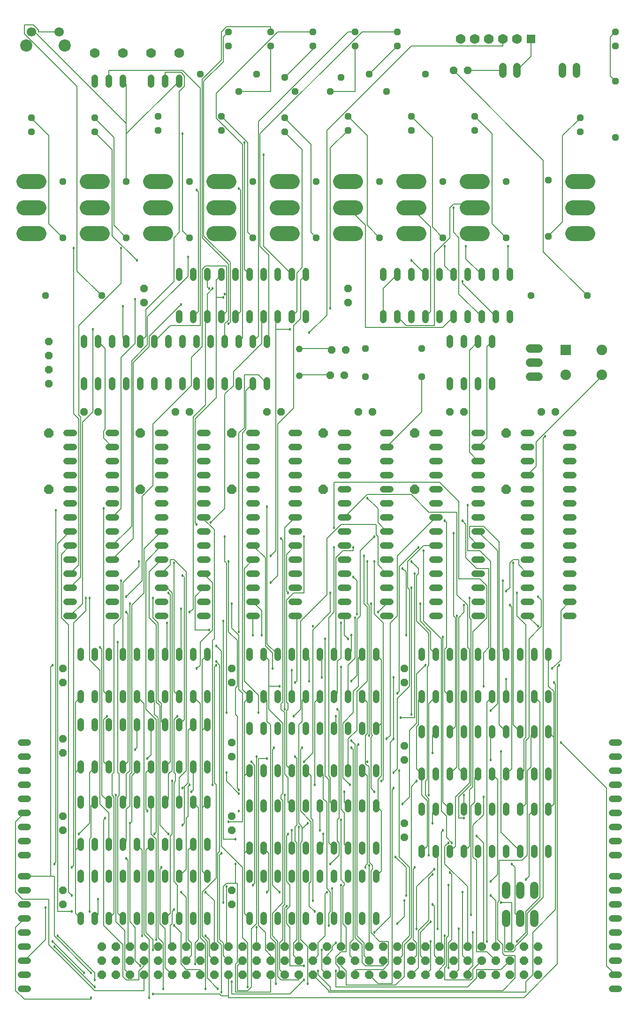
<source format=gbr>
G04 EAGLE Gerber RS-274X export*
G75*
%MOMM*%
%FSLAX34Y34*%
%LPD*%
%INTop Copper*%
%IPPOS*%
%AMOC8*
5,1,8,0,0,1.08239X$1,22.5*%
G01*
%ADD10C,1.219200*%
%ADD11C,1.219200*%
%ADD12P,1.539592X8X202.500000*%
%ADD13P,1.539592X8X112.500000*%
%ADD14R,1.500000X1.500000*%
%ADD15C,1.778000*%
%ADD16P,1.319650X8X22.500000*%
%ADD17P,1.319650X8X202.500000*%
%ADD18P,1.814519X8X112.500000*%
%ADD19P,1.319650X8X292.500000*%
%ADD20P,1.539592X8X22.500000*%
%ADD21C,1.524000*%
%ADD22P,1.649562X8X292.500000*%
%ADD23C,2.705100*%
%ADD24P,1.319650X8X112.500000*%
%ADD25P,1.539592X8X292.500000*%
%ADD26C,1.371600*%
%ADD27C,2.200000*%
%ADD28C,1.700000*%
%ADD29R,1.905000X1.905000*%
%ADD30C,1.905000*%
%ADD31C,0.127000*%
%ADD32C,0.457200*%


D10*
X890270Y1357630D03*
X890270Y1309370D03*
D11*
X501650Y1301496D02*
X501650Y1289304D01*
X527050Y1289304D02*
X527050Y1301496D01*
X552450Y1301496D02*
X552450Y1289304D01*
X577850Y1289304D02*
X577850Y1301496D01*
X603250Y1301496D02*
X603250Y1289304D01*
X628650Y1289304D02*
X628650Y1301496D01*
X654050Y1301496D02*
X654050Y1289304D01*
X679450Y1289304D02*
X679450Y1301496D01*
X704850Y1301496D02*
X704850Y1289304D01*
X730250Y1289304D02*
X730250Y1301496D01*
X755650Y1301496D02*
X755650Y1289304D01*
X781050Y1289304D02*
X781050Y1301496D01*
X806450Y1301496D02*
X806450Y1289304D01*
X831850Y1289304D02*
X831850Y1301496D01*
X831850Y1365504D02*
X831850Y1377696D01*
X806450Y1377696D02*
X806450Y1365504D01*
X781050Y1365504D02*
X781050Y1377696D01*
X755650Y1377696D02*
X755650Y1365504D01*
X730250Y1365504D02*
X730250Y1377696D01*
X704850Y1377696D02*
X704850Y1365504D01*
X679450Y1365504D02*
X679450Y1377696D01*
X654050Y1377696D02*
X654050Y1365504D01*
X628650Y1365504D02*
X628650Y1377696D01*
X603250Y1377696D02*
X603250Y1365504D01*
X577850Y1365504D02*
X577850Y1377696D01*
X552450Y1377696D02*
X552450Y1365504D01*
X527050Y1365504D02*
X527050Y1377696D01*
X501650Y1377696D02*
X501650Y1365504D01*
D12*
X971550Y1310640D03*
X946150Y1310640D03*
X974090Y1356360D03*
X948690Y1356360D03*
X1193800Y1860550D03*
X1168400Y1860550D03*
D13*
X438150Y1346200D03*
X438150Y1371600D03*
X438150Y1295400D03*
X438150Y1320800D03*
D11*
X1371854Y876300D02*
X1384046Y876300D01*
X1384046Y901700D02*
X1371854Y901700D01*
X1371854Y927100D02*
X1384046Y927100D01*
X1384046Y952500D02*
X1371854Y952500D01*
X1371854Y977900D02*
X1384046Y977900D01*
X1384046Y1003300D02*
X1371854Y1003300D01*
X1371854Y1028700D02*
X1384046Y1028700D01*
X1384046Y1054100D02*
X1371854Y1054100D01*
X1371854Y1079500D02*
X1384046Y1079500D01*
X1384046Y1104900D02*
X1371854Y1104900D01*
X1371854Y1130300D02*
X1384046Y1130300D01*
X1384046Y1155700D02*
X1371854Y1155700D01*
X1371854Y1181100D02*
X1384046Y1181100D01*
X1384046Y1206500D02*
X1371854Y1206500D01*
X1307846Y1206500D02*
X1295654Y1206500D01*
X1295654Y1181100D02*
X1307846Y1181100D01*
X1307846Y1155700D02*
X1295654Y1155700D01*
X1295654Y1130300D02*
X1307846Y1130300D01*
X1307846Y1104900D02*
X1295654Y1104900D01*
X1295654Y1079500D02*
X1307846Y1079500D01*
X1307846Y1054100D02*
X1295654Y1054100D01*
X1295654Y1028700D02*
X1307846Y1028700D01*
X1307846Y1003300D02*
X1295654Y1003300D01*
X1295654Y977900D02*
X1307846Y977900D01*
X1307846Y952500D02*
X1295654Y952500D01*
X1295654Y927100D02*
X1307846Y927100D01*
X1307846Y901700D02*
X1295654Y901700D01*
X1295654Y876300D02*
X1307846Y876300D01*
X888746Y876300D02*
X876554Y876300D01*
X876554Y901700D02*
X888746Y901700D01*
X888746Y927100D02*
X876554Y927100D01*
X876554Y952500D02*
X888746Y952500D01*
X888746Y977900D02*
X876554Y977900D01*
X876554Y1003300D02*
X888746Y1003300D01*
X888746Y1028700D02*
X876554Y1028700D01*
X876554Y1054100D02*
X888746Y1054100D01*
X888746Y1079500D02*
X876554Y1079500D01*
X876554Y1104900D02*
X888746Y1104900D01*
X888746Y1130300D02*
X876554Y1130300D01*
X876554Y1155700D02*
X888746Y1155700D01*
X888746Y1181100D02*
X876554Y1181100D01*
X876554Y1206500D02*
X888746Y1206500D01*
X812546Y1206500D02*
X800354Y1206500D01*
X800354Y1181100D02*
X812546Y1181100D01*
X812546Y1155700D02*
X800354Y1155700D01*
X800354Y1130300D02*
X812546Y1130300D01*
X812546Y1104900D02*
X800354Y1104900D01*
X800354Y1079500D02*
X812546Y1079500D01*
X812546Y1054100D02*
X800354Y1054100D01*
X800354Y1028700D02*
X812546Y1028700D01*
X812546Y1003300D02*
X800354Y1003300D01*
X800354Y977900D02*
X812546Y977900D01*
X812546Y952500D02*
X800354Y952500D01*
X800354Y927100D02*
X812546Y927100D01*
X812546Y901700D02*
X800354Y901700D01*
X800354Y876300D02*
X812546Y876300D01*
X558546Y876300D02*
X546354Y876300D01*
X546354Y901700D02*
X558546Y901700D01*
X558546Y927100D02*
X546354Y927100D01*
X546354Y952500D02*
X558546Y952500D01*
X558546Y977900D02*
X546354Y977900D01*
X546354Y1003300D02*
X558546Y1003300D01*
X558546Y1028700D02*
X546354Y1028700D01*
X546354Y1054100D02*
X558546Y1054100D01*
X558546Y1079500D02*
X546354Y1079500D01*
X546354Y1104900D02*
X558546Y1104900D01*
X558546Y1130300D02*
X546354Y1130300D01*
X546354Y1155700D02*
X558546Y1155700D01*
X558546Y1181100D02*
X546354Y1181100D01*
X546354Y1206500D02*
X558546Y1206500D01*
X482346Y1206500D02*
X470154Y1206500D01*
X470154Y1181100D02*
X482346Y1181100D01*
X482346Y1155700D02*
X470154Y1155700D01*
X470154Y1130300D02*
X482346Y1130300D01*
X482346Y1104900D02*
X470154Y1104900D01*
X470154Y1079500D02*
X482346Y1079500D01*
X482346Y1054100D02*
X470154Y1054100D01*
X470154Y1028700D02*
X482346Y1028700D01*
X482346Y1003300D02*
X470154Y1003300D01*
X470154Y977900D02*
X482346Y977900D01*
X482346Y952500D02*
X470154Y952500D01*
X470154Y927100D02*
X482346Y927100D01*
X482346Y901700D02*
X470154Y901700D01*
X470154Y876300D02*
X482346Y876300D01*
X1162050Y1289304D02*
X1162050Y1301496D01*
X1187450Y1301496D02*
X1187450Y1289304D01*
X1212850Y1289304D02*
X1212850Y1301496D01*
X1238250Y1301496D02*
X1238250Y1289304D01*
X1238250Y1365504D02*
X1238250Y1377696D01*
X1212850Y1377696D02*
X1212850Y1365504D01*
X1187450Y1365504D02*
X1187450Y1377696D01*
X1162050Y1377696D02*
X1162050Y1365504D01*
D14*
X1308100Y1917700D03*
D15*
X1282700Y1917700D03*
X1257300Y1917700D03*
X1231900Y1917700D03*
X1206500Y1917700D03*
X1181100Y1917700D03*
D16*
X1308100Y1454150D03*
X1409700Y1454150D03*
D17*
X1111250Y1358900D03*
X1009650Y1358900D03*
D18*
X933450Y1104900D03*
X933450Y1206500D03*
X603250Y1104900D03*
X603250Y1206500D03*
X1263650Y1104900D03*
X1263650Y1206500D03*
D17*
X1111250Y1308100D03*
X1009650Y1308100D03*
D11*
X1041654Y876300D02*
X1053846Y876300D01*
X1053846Y901700D02*
X1041654Y901700D01*
X1041654Y927100D02*
X1053846Y927100D01*
X1053846Y952500D02*
X1041654Y952500D01*
X1041654Y977900D02*
X1053846Y977900D01*
X1053846Y1003300D02*
X1041654Y1003300D01*
X1041654Y1028700D02*
X1053846Y1028700D01*
X1053846Y1054100D02*
X1041654Y1054100D01*
X1041654Y1079500D02*
X1053846Y1079500D01*
X1053846Y1104900D02*
X1041654Y1104900D01*
X1041654Y1130300D02*
X1053846Y1130300D01*
X1053846Y1155700D02*
X1041654Y1155700D01*
X1041654Y1181100D02*
X1053846Y1181100D01*
X1053846Y1206500D02*
X1041654Y1206500D01*
X977646Y1206500D02*
X965454Y1206500D01*
X965454Y1181100D02*
X977646Y1181100D01*
X977646Y1155700D02*
X965454Y1155700D01*
X965454Y1130300D02*
X977646Y1130300D01*
X977646Y1104900D02*
X965454Y1104900D01*
X965454Y1079500D02*
X977646Y1079500D01*
X977646Y1054100D02*
X965454Y1054100D01*
X965454Y1028700D02*
X977646Y1028700D01*
X977646Y1003300D02*
X965454Y1003300D01*
X965454Y977900D02*
X977646Y977900D01*
X977646Y952500D02*
X965454Y952500D01*
X965454Y927100D02*
X977646Y927100D01*
X977646Y901700D02*
X965454Y901700D01*
X965454Y876300D02*
X977646Y876300D01*
D18*
X1098550Y1104900D03*
X1098550Y1206500D03*
D11*
X723646Y876300D02*
X711454Y876300D01*
X711454Y901700D02*
X723646Y901700D01*
X723646Y927100D02*
X711454Y927100D01*
X711454Y952500D02*
X723646Y952500D01*
X723646Y977900D02*
X711454Y977900D01*
X711454Y1003300D02*
X723646Y1003300D01*
X723646Y1028700D02*
X711454Y1028700D01*
X711454Y1054100D02*
X723646Y1054100D01*
X723646Y1079500D02*
X711454Y1079500D01*
X711454Y1104900D02*
X723646Y1104900D01*
X723646Y1130300D02*
X711454Y1130300D01*
X711454Y1155700D02*
X723646Y1155700D01*
X723646Y1181100D02*
X711454Y1181100D01*
X711454Y1206500D02*
X723646Y1206500D01*
X647446Y1206500D02*
X635254Y1206500D01*
X635254Y1181100D02*
X647446Y1181100D01*
X647446Y1155700D02*
X635254Y1155700D01*
X635254Y1130300D02*
X647446Y1130300D01*
X647446Y1104900D02*
X635254Y1104900D01*
X635254Y1079500D02*
X647446Y1079500D01*
X647446Y1054100D02*
X635254Y1054100D01*
X635254Y1028700D02*
X647446Y1028700D01*
X647446Y1003300D02*
X635254Y1003300D01*
X635254Y977900D02*
X647446Y977900D01*
X647446Y952500D02*
X635254Y952500D01*
X635254Y927100D02*
X647446Y927100D01*
X647446Y901700D02*
X635254Y901700D01*
X635254Y876300D02*
X647446Y876300D01*
D18*
X438150Y1104900D03*
X438150Y1206500D03*
D19*
X762000Y1930400D03*
X762000Y1905000D03*
X990600Y1930400D03*
X990600Y1905000D03*
X838200Y1930400D03*
X838200Y1905000D03*
X1066800Y1930400D03*
X1066800Y1905000D03*
X914400Y1930400D03*
X914400Y1905000D03*
D16*
X863600Y1847850D03*
X965200Y1847850D03*
X781050Y1822450D03*
X882650Y1822450D03*
X711200Y1854200D03*
X812800Y1854200D03*
X946150Y1822450D03*
X1047750Y1822450D03*
X1016000Y1854200D03*
X1117600Y1854200D03*
D20*
X501650Y1244600D03*
X527050Y1244600D03*
X666750Y1244600D03*
X692150Y1244600D03*
X996950Y1244600D03*
X1022350Y1244600D03*
X1162050Y1244600D03*
X1187450Y1244600D03*
X1327150Y1244600D03*
X1352550Y1244600D03*
D11*
X520700Y1835404D02*
X520700Y1847596D01*
X546100Y1847596D02*
X546100Y1835404D01*
X571500Y1835404D02*
X571500Y1847596D01*
D15*
X520700Y1892300D03*
X571500Y1892300D03*
D11*
X622300Y1847596D02*
X622300Y1835404D01*
X647700Y1835404D02*
X647700Y1847596D01*
X673100Y1847596D02*
X673100Y1835404D01*
D15*
X622300Y1892300D03*
X673100Y1892300D03*
D21*
X1306830Y1308100D02*
X1322070Y1308100D01*
X1322070Y1333500D02*
X1306830Y1333500D01*
X1306830Y1358900D02*
X1322070Y1358900D01*
D11*
X1454404Y444500D02*
X1466596Y444500D01*
X1466596Y469900D02*
X1454404Y469900D01*
X1454404Y495300D02*
X1466596Y495300D01*
X1466596Y520700D02*
X1454404Y520700D01*
X1454404Y546100D02*
X1466596Y546100D01*
X1466596Y571500D02*
X1454404Y571500D01*
X1454404Y596900D02*
X1466596Y596900D01*
X1466596Y622300D02*
X1454404Y622300D01*
X1454404Y647700D02*
X1466596Y647700D01*
X1466596Y203200D02*
X1454404Y203200D01*
X1454404Y228600D02*
X1466596Y228600D01*
X1466596Y254000D02*
X1454404Y254000D01*
X1454404Y279400D02*
X1466596Y279400D01*
X1466596Y304800D02*
X1454404Y304800D01*
X1454404Y330200D02*
X1466596Y330200D01*
X1466596Y355600D02*
X1454404Y355600D01*
X1454404Y381000D02*
X1466596Y381000D01*
X1466596Y406400D02*
X1454404Y406400D01*
X399796Y444500D02*
X387604Y444500D01*
X387604Y469900D02*
X399796Y469900D01*
X399796Y495300D02*
X387604Y495300D01*
X387604Y520700D02*
X399796Y520700D01*
X399796Y546100D02*
X387604Y546100D01*
X387604Y571500D02*
X399796Y571500D01*
X399796Y596900D02*
X387604Y596900D01*
X387604Y622300D02*
X399796Y622300D01*
X399796Y647700D02*
X387604Y647700D01*
X387604Y203200D02*
X399796Y203200D01*
X399796Y228600D02*
X387604Y228600D01*
X387604Y254000D02*
X399796Y254000D01*
X399796Y279400D02*
X387604Y279400D01*
X387604Y304800D02*
X399796Y304800D01*
X399796Y330200D02*
X387604Y330200D01*
X387604Y355600D02*
X399796Y355600D01*
X399796Y381000D02*
X387604Y381000D01*
X387604Y406400D02*
X399796Y406400D01*
D22*
X1320800Y228600D03*
X1295400Y228600D03*
X1270000Y228600D03*
X1244600Y228600D03*
X1219200Y228600D03*
X1193800Y228600D03*
X1168400Y228600D03*
X1143000Y228600D03*
X1117600Y228600D03*
X1092200Y228600D03*
X1066800Y228600D03*
X1041400Y228600D03*
X1016000Y228600D03*
X990600Y228600D03*
X965200Y228600D03*
X939800Y228600D03*
X1320800Y254000D03*
X1295400Y254000D03*
X1270000Y254000D03*
X1244600Y254000D03*
X1219200Y254000D03*
X1193800Y254000D03*
X1168400Y254000D03*
X1143000Y254000D03*
X1117600Y254000D03*
X1092200Y254000D03*
X1066800Y254000D03*
X1041400Y254000D03*
X1016000Y254000D03*
X990600Y254000D03*
X965200Y254000D03*
X939800Y254000D03*
X1320800Y279400D03*
X1295400Y279400D03*
X1270000Y279400D03*
X1244600Y279400D03*
X1219200Y279400D03*
X1193800Y279400D03*
X1168400Y279400D03*
X1143000Y279400D03*
X1117600Y279400D03*
X1092200Y279400D03*
X1066800Y279400D03*
X1041400Y279400D03*
X1016000Y279400D03*
X990600Y279400D03*
X965200Y279400D03*
X939800Y279400D03*
X914400Y228600D03*
X889000Y228600D03*
X863600Y228600D03*
X838200Y228600D03*
X812800Y228600D03*
X787400Y228600D03*
X762000Y228600D03*
X736600Y228600D03*
X711200Y228600D03*
X685800Y228600D03*
X660400Y228600D03*
X635000Y228600D03*
X609600Y228600D03*
X584200Y228600D03*
X558800Y228600D03*
X533400Y228600D03*
X914400Y254000D03*
X889000Y254000D03*
X863600Y254000D03*
X838200Y254000D03*
X812800Y254000D03*
X787400Y254000D03*
X762000Y254000D03*
X736600Y254000D03*
X711200Y254000D03*
X685800Y254000D03*
X660400Y254000D03*
X635000Y254000D03*
X609600Y254000D03*
X584200Y254000D03*
X558800Y254000D03*
X533400Y254000D03*
X914400Y279400D03*
X889000Y279400D03*
X863600Y279400D03*
X838200Y279400D03*
X812800Y279400D03*
X787400Y279400D03*
X762000Y279400D03*
X736600Y279400D03*
X711200Y279400D03*
X685800Y279400D03*
X660400Y279400D03*
X635000Y279400D03*
X609600Y279400D03*
X584200Y279400D03*
X558800Y279400D03*
X533400Y279400D03*
D19*
X1460500Y1930400D03*
X1460500Y1905000D03*
X1460500Y1841500D03*
X1460500Y1739900D03*
D11*
X1218946Y876300D02*
X1206754Y876300D01*
X1206754Y901700D02*
X1218946Y901700D01*
X1218946Y927100D02*
X1206754Y927100D01*
X1206754Y952500D02*
X1218946Y952500D01*
X1218946Y977900D02*
X1206754Y977900D01*
X1206754Y1003300D02*
X1218946Y1003300D01*
X1218946Y1028700D02*
X1206754Y1028700D01*
X1206754Y1054100D02*
X1218946Y1054100D01*
X1218946Y1079500D02*
X1206754Y1079500D01*
X1206754Y1104900D02*
X1218946Y1104900D01*
X1218946Y1130300D02*
X1206754Y1130300D01*
X1206754Y1155700D02*
X1218946Y1155700D01*
X1218946Y1181100D02*
X1206754Y1181100D01*
X1206754Y1206500D02*
X1218946Y1206500D01*
X1142746Y1206500D02*
X1130554Y1206500D01*
X1130554Y1181100D02*
X1142746Y1181100D01*
X1142746Y1155700D02*
X1130554Y1155700D01*
X1130554Y1130300D02*
X1142746Y1130300D01*
X1142746Y1104900D02*
X1130554Y1104900D01*
X1130554Y1079500D02*
X1142746Y1079500D01*
X1142746Y1054100D02*
X1130554Y1054100D01*
X1130554Y1028700D02*
X1142746Y1028700D01*
X1142746Y1003300D02*
X1130554Y1003300D01*
X1130554Y977900D02*
X1142746Y977900D01*
X1142746Y952500D02*
X1130554Y952500D01*
X1130554Y927100D02*
X1142746Y927100D01*
X1142746Y901700D02*
X1130554Y901700D01*
X1130554Y876300D02*
X1142746Y876300D01*
D18*
X768350Y1104900D03*
X768350Y1206500D03*
D23*
X419926Y1659890D02*
X392875Y1659890D01*
X392875Y1612900D02*
X419926Y1612900D01*
X419926Y1565910D02*
X392875Y1565910D01*
X507175Y1659890D02*
X534226Y1659890D01*
X534226Y1612900D02*
X507175Y1612900D01*
X507175Y1565910D02*
X534226Y1565910D01*
X621475Y1659890D02*
X648526Y1659890D01*
X648526Y1612900D02*
X621475Y1612900D01*
X621475Y1565910D02*
X648526Y1565910D01*
X735775Y1659890D02*
X762826Y1659890D01*
X762826Y1612900D02*
X735775Y1612900D01*
X735775Y1565910D02*
X762826Y1565910D01*
X850075Y1659890D02*
X877126Y1659890D01*
X877126Y1612900D02*
X850075Y1612900D01*
X850075Y1565910D02*
X877126Y1565910D01*
X964375Y1659890D02*
X991426Y1659890D01*
X991426Y1612900D02*
X964375Y1612900D01*
X964375Y1565910D02*
X991426Y1565910D01*
X1078675Y1659890D02*
X1105726Y1659890D01*
X1105726Y1612900D02*
X1078675Y1612900D01*
X1078675Y1565910D02*
X1105726Y1565910D01*
X1192975Y1659890D02*
X1220026Y1659890D01*
X1220026Y1612900D02*
X1192975Y1612900D01*
X1192975Y1565910D02*
X1220026Y1565910D01*
X1383475Y1659890D02*
X1410526Y1659890D01*
X1410526Y1612900D02*
X1383475Y1612900D01*
X1383475Y1565910D02*
X1410526Y1565910D01*
D24*
X406400Y1750060D03*
X406400Y1775460D03*
X463550Y1558290D03*
X463550Y1659890D03*
X520700Y1750060D03*
X520700Y1775460D03*
X577850Y1558290D03*
X577850Y1659890D03*
X635000Y1752600D03*
X635000Y1778000D03*
X692150Y1558290D03*
X692150Y1659890D03*
X749300Y1752600D03*
X749300Y1778000D03*
X806450Y1558290D03*
X806450Y1659890D03*
X863600Y1750060D03*
X863600Y1775460D03*
X920750Y1558290D03*
X920750Y1659890D03*
X977900Y1752600D03*
X977900Y1778000D03*
X1035050Y1558290D03*
X1035050Y1659890D03*
X1092200Y1752600D03*
X1092200Y1778000D03*
X1149350Y1558290D03*
X1149350Y1659890D03*
X1206500Y1752600D03*
X1206500Y1778000D03*
X1263650Y1558290D03*
X1263650Y1659890D03*
X1397000Y1750060D03*
X1397000Y1775460D03*
X1339850Y1560830D03*
X1339850Y1662430D03*
D11*
X673100Y1422146D02*
X673100Y1409954D01*
X698500Y1409954D02*
X698500Y1422146D01*
X825500Y1422146D02*
X825500Y1409954D01*
X850900Y1409954D02*
X850900Y1422146D01*
X723900Y1422146D02*
X723900Y1409954D01*
X749300Y1409954D02*
X749300Y1422146D01*
X800100Y1422146D02*
X800100Y1409954D01*
X774700Y1409954D02*
X774700Y1422146D01*
X876300Y1422146D02*
X876300Y1409954D01*
X901700Y1409954D02*
X901700Y1422146D01*
X901700Y1486154D02*
X901700Y1498346D01*
X876300Y1498346D02*
X876300Y1486154D01*
X850900Y1486154D02*
X850900Y1498346D01*
X825500Y1498346D02*
X825500Y1486154D01*
X800100Y1486154D02*
X800100Y1498346D01*
X774700Y1498346D02*
X774700Y1486154D01*
X749300Y1486154D02*
X749300Y1498346D01*
X723900Y1498346D02*
X723900Y1486154D01*
X698500Y1486154D02*
X698500Y1498346D01*
X673100Y1498346D02*
X673100Y1486154D01*
X1041400Y1422146D02*
X1041400Y1409954D01*
X1066800Y1409954D02*
X1066800Y1422146D01*
X1193800Y1422146D02*
X1193800Y1409954D01*
X1219200Y1409954D02*
X1219200Y1422146D01*
X1092200Y1422146D02*
X1092200Y1409954D01*
X1117600Y1409954D02*
X1117600Y1422146D01*
X1168400Y1422146D02*
X1168400Y1409954D01*
X1143000Y1409954D02*
X1143000Y1422146D01*
X1244600Y1422146D02*
X1244600Y1409954D01*
X1270000Y1409954D02*
X1270000Y1422146D01*
X1270000Y1486154D02*
X1270000Y1498346D01*
X1244600Y1498346D02*
X1244600Y1486154D01*
X1219200Y1486154D02*
X1219200Y1498346D01*
X1193800Y1498346D02*
X1193800Y1486154D01*
X1168400Y1486154D02*
X1168400Y1498346D01*
X1143000Y1498346D02*
X1143000Y1486154D01*
X1117600Y1486154D02*
X1117600Y1498346D01*
X1092200Y1498346D02*
X1092200Y1486154D01*
X1066800Y1486154D02*
X1066800Y1498346D01*
X1041400Y1498346D02*
X1041400Y1486154D01*
D20*
X831850Y1244600D03*
X857250Y1244600D03*
D25*
X609600Y1466850D03*
X609600Y1441450D03*
X977900Y1466850D03*
X977900Y1441450D03*
D26*
X1390650Y1853692D02*
X1390650Y1867408D01*
X1365250Y1867408D02*
X1365250Y1853692D01*
X1282700Y1853692D02*
X1282700Y1867408D01*
X1257300Y1867408D02*
X1257300Y1853692D01*
D27*
X466800Y1905400D03*
X396800Y1905400D03*
D28*
X456800Y1930400D03*
X406800Y1930400D03*
D29*
X1370850Y1356000D03*
D30*
X1370850Y1311000D03*
X1435850Y1311000D03*
X1435850Y1356000D03*
D17*
X533400Y1454150D03*
X431800Y1454150D03*
D11*
X495300Y736346D02*
X495300Y724154D01*
X520700Y724154D02*
X520700Y736346D01*
X647700Y736346D02*
X647700Y724154D01*
X673100Y724154D02*
X673100Y736346D01*
X546100Y736346D02*
X546100Y724154D01*
X571500Y724154D02*
X571500Y736346D01*
X622300Y736346D02*
X622300Y724154D01*
X596900Y724154D02*
X596900Y736346D01*
X698500Y736346D02*
X698500Y724154D01*
X723900Y724154D02*
X723900Y736346D01*
X723900Y800354D02*
X723900Y812546D01*
X698500Y812546D02*
X698500Y800354D01*
X673100Y800354D02*
X673100Y812546D01*
X647700Y812546D02*
X647700Y800354D01*
X622300Y800354D02*
X622300Y812546D01*
X596900Y812546D02*
X596900Y800354D01*
X571500Y800354D02*
X571500Y812546D01*
X546100Y812546D02*
X546100Y800354D01*
X520700Y800354D02*
X520700Y812546D01*
X495300Y812546D02*
X495300Y800354D01*
X495300Y609346D02*
X495300Y597154D01*
X520700Y597154D02*
X520700Y609346D01*
X647700Y609346D02*
X647700Y597154D01*
X673100Y597154D02*
X673100Y609346D01*
X546100Y609346D02*
X546100Y597154D01*
X571500Y597154D02*
X571500Y609346D01*
X622300Y609346D02*
X622300Y597154D01*
X596900Y597154D02*
X596900Y609346D01*
X698500Y609346D02*
X698500Y597154D01*
X723900Y597154D02*
X723900Y609346D01*
X723900Y673354D02*
X723900Y685546D01*
X698500Y685546D02*
X698500Y673354D01*
X673100Y673354D02*
X673100Y685546D01*
X647700Y685546D02*
X647700Y673354D01*
X622300Y673354D02*
X622300Y685546D01*
X596900Y685546D02*
X596900Y673354D01*
X571500Y673354D02*
X571500Y685546D01*
X546100Y685546D02*
X546100Y673354D01*
X520700Y673354D02*
X520700Y685546D01*
X495300Y685546D02*
X495300Y673354D01*
X495300Y469646D02*
X495300Y457454D01*
X520700Y457454D02*
X520700Y469646D01*
X647700Y469646D02*
X647700Y457454D01*
X673100Y457454D02*
X673100Y469646D01*
X546100Y469646D02*
X546100Y457454D01*
X571500Y457454D02*
X571500Y469646D01*
X622300Y469646D02*
X622300Y457454D01*
X596900Y457454D02*
X596900Y469646D01*
X698500Y469646D02*
X698500Y457454D01*
X723900Y457454D02*
X723900Y469646D01*
X723900Y533654D02*
X723900Y545846D01*
X698500Y545846D02*
X698500Y533654D01*
X673100Y533654D02*
X673100Y545846D01*
X647700Y545846D02*
X647700Y533654D01*
X622300Y533654D02*
X622300Y545846D01*
X596900Y545846D02*
X596900Y533654D01*
X571500Y533654D02*
X571500Y545846D01*
X546100Y545846D02*
X546100Y533654D01*
X520700Y533654D02*
X520700Y545846D01*
X495300Y545846D02*
X495300Y533654D01*
X495300Y336296D02*
X495300Y324104D01*
X520700Y324104D02*
X520700Y336296D01*
X647700Y336296D02*
X647700Y324104D01*
X673100Y324104D02*
X673100Y336296D01*
X546100Y336296D02*
X546100Y324104D01*
X571500Y324104D02*
X571500Y336296D01*
X622300Y336296D02*
X622300Y324104D01*
X596900Y324104D02*
X596900Y336296D01*
X698500Y336296D02*
X698500Y324104D01*
X723900Y324104D02*
X723900Y336296D01*
X723900Y400304D02*
X723900Y412496D01*
X698500Y412496D02*
X698500Y400304D01*
X673100Y400304D02*
X673100Y412496D01*
X647700Y412496D02*
X647700Y400304D01*
X622300Y400304D02*
X622300Y412496D01*
X596900Y412496D02*
X596900Y400304D01*
X571500Y400304D02*
X571500Y412496D01*
X546100Y412496D02*
X546100Y400304D01*
X520700Y400304D02*
X520700Y412496D01*
X495300Y412496D02*
X495300Y400304D01*
X800100Y724154D02*
X800100Y736346D01*
X825500Y736346D02*
X825500Y724154D01*
X952500Y724154D02*
X952500Y736346D01*
X977900Y736346D02*
X977900Y724154D01*
X850900Y724154D02*
X850900Y736346D01*
X876300Y736346D02*
X876300Y724154D01*
X927100Y724154D02*
X927100Y736346D01*
X901700Y736346D02*
X901700Y724154D01*
X1003300Y724154D02*
X1003300Y736346D01*
X1028700Y736346D02*
X1028700Y724154D01*
X1028700Y800354D02*
X1028700Y812546D01*
X1003300Y812546D02*
X1003300Y800354D01*
X977900Y800354D02*
X977900Y812546D01*
X952500Y812546D02*
X952500Y800354D01*
X927100Y800354D02*
X927100Y812546D01*
X901700Y812546D02*
X901700Y800354D01*
X876300Y800354D02*
X876300Y812546D01*
X850900Y812546D02*
X850900Y800354D01*
X825500Y800354D02*
X825500Y812546D01*
X800100Y812546D02*
X800100Y800354D01*
X800100Y602996D02*
X800100Y590804D01*
X825500Y590804D02*
X825500Y602996D01*
X952500Y602996D02*
X952500Y590804D01*
X977900Y590804D02*
X977900Y602996D01*
X850900Y602996D02*
X850900Y590804D01*
X876300Y590804D02*
X876300Y602996D01*
X927100Y602996D02*
X927100Y590804D01*
X901700Y590804D02*
X901700Y602996D01*
X1003300Y602996D02*
X1003300Y590804D01*
X1028700Y590804D02*
X1028700Y602996D01*
X1028700Y667004D02*
X1028700Y679196D01*
X1003300Y679196D02*
X1003300Y667004D01*
X977900Y667004D02*
X977900Y679196D01*
X952500Y679196D02*
X952500Y667004D01*
X927100Y667004D02*
X927100Y679196D01*
X901700Y679196D02*
X901700Y667004D01*
X876300Y667004D02*
X876300Y679196D01*
X850900Y679196D02*
X850900Y667004D01*
X825500Y667004D02*
X825500Y679196D01*
X800100Y679196D02*
X800100Y667004D01*
X800100Y463296D02*
X800100Y451104D01*
X825500Y451104D02*
X825500Y463296D01*
X952500Y463296D02*
X952500Y451104D01*
X977900Y451104D02*
X977900Y463296D01*
X850900Y463296D02*
X850900Y451104D01*
X876300Y451104D02*
X876300Y463296D01*
X927100Y463296D02*
X927100Y451104D01*
X901700Y451104D02*
X901700Y463296D01*
X1003300Y463296D02*
X1003300Y451104D01*
X1028700Y451104D02*
X1028700Y463296D01*
X1028700Y527304D02*
X1028700Y539496D01*
X1003300Y539496D02*
X1003300Y527304D01*
X977900Y527304D02*
X977900Y539496D01*
X952500Y539496D02*
X952500Y527304D01*
X927100Y527304D02*
X927100Y539496D01*
X901700Y539496D02*
X901700Y527304D01*
X876300Y527304D02*
X876300Y539496D01*
X850900Y539496D02*
X850900Y527304D01*
X825500Y527304D02*
X825500Y539496D01*
X800100Y539496D02*
X800100Y527304D01*
X800100Y336296D02*
X800100Y324104D01*
X825500Y324104D02*
X825500Y336296D01*
X952500Y336296D02*
X952500Y324104D01*
X977900Y324104D02*
X977900Y336296D01*
X850900Y336296D02*
X850900Y324104D01*
X876300Y324104D02*
X876300Y336296D01*
X927100Y336296D02*
X927100Y324104D01*
X901700Y324104D02*
X901700Y336296D01*
X1003300Y336296D02*
X1003300Y324104D01*
X1028700Y324104D02*
X1028700Y336296D01*
X1028700Y400304D02*
X1028700Y412496D01*
X1003300Y412496D02*
X1003300Y400304D01*
X977900Y400304D02*
X977900Y412496D01*
X952500Y412496D02*
X952500Y400304D01*
X927100Y400304D02*
X927100Y412496D01*
X901700Y412496D02*
X901700Y400304D01*
X876300Y400304D02*
X876300Y412496D01*
X850900Y412496D02*
X850900Y400304D01*
X825500Y400304D02*
X825500Y412496D01*
X800100Y412496D02*
X800100Y400304D01*
X1111250Y724154D02*
X1111250Y736346D01*
X1136650Y736346D02*
X1136650Y724154D01*
X1263650Y724154D02*
X1263650Y736346D01*
X1289050Y736346D02*
X1289050Y724154D01*
X1162050Y724154D02*
X1162050Y736346D01*
X1187450Y736346D02*
X1187450Y724154D01*
X1238250Y724154D02*
X1238250Y736346D01*
X1212850Y736346D02*
X1212850Y724154D01*
X1314450Y724154D02*
X1314450Y736346D01*
X1339850Y736346D02*
X1339850Y724154D01*
X1339850Y800354D02*
X1339850Y812546D01*
X1314450Y812546D02*
X1314450Y800354D01*
X1289050Y800354D02*
X1289050Y812546D01*
X1263650Y812546D02*
X1263650Y800354D01*
X1238250Y800354D02*
X1238250Y812546D01*
X1212850Y812546D02*
X1212850Y800354D01*
X1187450Y800354D02*
X1187450Y812546D01*
X1162050Y812546D02*
X1162050Y800354D01*
X1136650Y800354D02*
X1136650Y812546D01*
X1111250Y812546D02*
X1111250Y800354D01*
X1111250Y596646D02*
X1111250Y584454D01*
X1136650Y584454D02*
X1136650Y596646D01*
X1263650Y596646D02*
X1263650Y584454D01*
X1289050Y584454D02*
X1289050Y596646D01*
X1162050Y596646D02*
X1162050Y584454D01*
X1187450Y584454D02*
X1187450Y596646D01*
X1238250Y596646D02*
X1238250Y584454D01*
X1212850Y584454D02*
X1212850Y596646D01*
X1314450Y596646D02*
X1314450Y584454D01*
X1339850Y584454D02*
X1339850Y596646D01*
X1339850Y660654D02*
X1339850Y672846D01*
X1314450Y672846D02*
X1314450Y660654D01*
X1289050Y660654D02*
X1289050Y672846D01*
X1263650Y672846D02*
X1263650Y660654D01*
X1238250Y660654D02*
X1238250Y672846D01*
X1212850Y672846D02*
X1212850Y660654D01*
X1187450Y660654D02*
X1187450Y672846D01*
X1162050Y672846D02*
X1162050Y660654D01*
X1136650Y660654D02*
X1136650Y672846D01*
X1111250Y672846D02*
X1111250Y660654D01*
X1111250Y456946D02*
X1111250Y444754D01*
X1136650Y444754D02*
X1136650Y456946D01*
X1263650Y456946D02*
X1263650Y444754D01*
X1289050Y444754D02*
X1289050Y456946D01*
X1162050Y456946D02*
X1162050Y444754D01*
X1187450Y444754D02*
X1187450Y456946D01*
X1238250Y456946D02*
X1238250Y444754D01*
X1212850Y444754D02*
X1212850Y456946D01*
X1314450Y456946D02*
X1314450Y444754D01*
X1339850Y444754D02*
X1339850Y456946D01*
X1339850Y520954D02*
X1339850Y533146D01*
X1314450Y533146D02*
X1314450Y520954D01*
X1289050Y520954D02*
X1289050Y533146D01*
X1263650Y533146D02*
X1263650Y520954D01*
X1238250Y520954D02*
X1238250Y533146D01*
X1212850Y533146D02*
X1212850Y520954D01*
X1187450Y520954D02*
X1187450Y533146D01*
X1162050Y533146D02*
X1162050Y520954D01*
X1136650Y520954D02*
X1136650Y533146D01*
X1111250Y533146D02*
X1111250Y520954D01*
D13*
X1079500Y476250D03*
X1079500Y501650D03*
X768350Y755650D03*
X768350Y781050D03*
X768350Y622300D03*
X768350Y647700D03*
X768350Y488950D03*
X768350Y514350D03*
X768350Y355600D03*
X768350Y381000D03*
X463550Y355600D03*
X463550Y381000D03*
X463550Y488950D03*
X463550Y514350D03*
D25*
X463550Y654050D03*
X463550Y628650D03*
D13*
X463550Y755650D03*
X463550Y781050D03*
X1079500Y755650D03*
X1079500Y781050D03*
X1079500Y615950D03*
X1079500Y641350D03*
D21*
X1263650Y388620D02*
X1263650Y373380D01*
X1289050Y373380D02*
X1289050Y388620D01*
X1314450Y388620D02*
X1314450Y373380D01*
X1263650Y337820D02*
X1263650Y322580D01*
X1289050Y322580D02*
X1289050Y337820D01*
X1314450Y337820D02*
X1314450Y322580D01*
D31*
X577850Y1835150D02*
X571500Y1841500D01*
X577850Y1746250D02*
X577850Y1659890D01*
X577850Y1746250D02*
X577850Y1765300D01*
X577850Y1835150D01*
X577850Y1746250D02*
X673100Y1841500D01*
X577850Y1765300D02*
X412750Y1930400D01*
X406800Y1930400D01*
X1362075Y647700D02*
X1444625Y565150D01*
X1444625Y244475D01*
X1460500Y228600D01*
D32*
X1362075Y647700D03*
D31*
X609600Y717550D02*
X596900Y730250D01*
X609600Y717550D02*
X609600Y301625D01*
X619125Y292100D01*
X619125Y187325D01*
D32*
X619125Y187325D03*
D31*
X711200Y717550D02*
X698500Y730250D01*
X711200Y717550D02*
X711200Y295275D01*
X720725Y285750D01*
X720725Y203200D01*
X1203325Y244475D02*
X1203325Y304800D01*
X1203325Y244475D02*
X1193800Y234950D01*
X1193800Y228600D01*
D32*
X720725Y203200D03*
X1203325Y304800D03*
D31*
X746125Y787400D02*
X739775Y793750D01*
X746125Y787400D02*
X746125Y450850D01*
X742950Y447675D01*
X742950Y288925D01*
X749300Y282575D01*
X749300Y196850D01*
X1177925Y238125D02*
X1177925Y311150D01*
X1177925Y238125D02*
X1168400Y228600D01*
D32*
X739775Y793750D03*
X749300Y196850D03*
X1177925Y311150D03*
D31*
X736600Y784225D02*
X739775Y787400D01*
X736600Y784225D02*
X736600Y574675D01*
X739775Y571500D01*
X739775Y403225D01*
X714375Y377825D01*
X714375Y298450D01*
X723900Y288925D01*
X723900Y222250D01*
X742950Y203200D01*
X1152525Y247650D02*
X1152525Y298450D01*
X1152525Y247650D02*
X1143000Y238125D01*
X1143000Y228600D01*
D32*
X739775Y787400D03*
X742950Y203200D03*
X1152525Y298450D03*
D31*
X749300Y812800D02*
X739775Y822325D01*
X749300Y812800D02*
X749300Y460375D01*
X787400Y422275D01*
X787400Y295275D01*
X796925Y285750D01*
X796925Y206375D01*
X1127125Y238125D02*
X1127125Y288925D01*
X1127125Y238125D02*
X1117600Y228600D01*
D32*
X739775Y822325D03*
X796925Y206375D03*
X1127125Y288925D03*
D31*
X1104900Y241300D02*
X1092200Y228600D01*
X1104900Y241300D02*
X1104900Y307975D01*
X1123950Y327025D01*
X1123950Y403225D01*
X1130300Y409575D01*
D32*
X1130300Y409575D03*
D31*
X831850Y723900D02*
X825500Y730250D01*
X831850Y723900D02*
X831850Y685800D01*
X838200Y679450D01*
X838200Y295275D01*
X847725Y285750D01*
X847725Y212725D01*
X1162050Y412750D02*
X1165225Y409575D01*
X1165225Y292100D01*
X1158875Y285750D01*
X1158875Y241300D01*
D32*
X847725Y212725D03*
X1162050Y412750D03*
X1158875Y241300D03*
D31*
X895350Y723900D02*
X901700Y730250D01*
X895350Y723900D02*
X895350Y685800D01*
X889000Y679450D01*
X889000Y501650D01*
X895350Y495300D01*
X895350Y492125D02*
X895350Y469900D01*
X895350Y492125D02*
X895350Y495300D01*
X895350Y469900D02*
X892175Y466725D01*
X892175Y292100D01*
X904875Y279400D01*
X904875Y212725D01*
X895350Y492125D02*
X904875Y501650D01*
D32*
X904875Y212725D03*
X904875Y501650D03*
D31*
X917575Y720725D02*
X927100Y730250D01*
X917575Y720725D02*
X917575Y571500D01*
X1016000Y228600D02*
X1031875Y212725D01*
X1057275Y212725D01*
X1057275Y561975D01*
X1060450Y565150D01*
D32*
X917575Y571500D03*
X1060450Y565150D03*
D31*
X1012825Y720725D02*
X1003300Y730250D01*
X1012825Y720725D02*
X1012825Y663575D01*
X1009650Y660400D01*
X1009650Y612775D02*
X1009650Y609600D01*
X1009650Y612775D02*
X1009650Y660400D01*
X1009650Y609600D02*
X1016000Y603250D01*
X1016000Y431800D01*
X1022350Y425450D01*
X1022350Y419100D01*
X1019175Y415925D01*
X1019175Y304800D01*
X1035050Y288925D01*
X1050925Y288925D01*
X1050925Y247650D01*
X1041400Y238125D01*
X990600Y238125D01*
X990600Y228600D01*
X1009650Y612775D02*
X1012825Y612775D01*
D32*
X1012825Y612775D03*
D31*
X996950Y800100D02*
X1003300Y806450D01*
X996950Y800100D02*
X996950Y749300D01*
X987425Y739775D01*
X987425Y701675D01*
X968375Y682625D01*
X968375Y584200D01*
X981075Y571500D01*
X962025Y231775D02*
X965200Y228600D01*
X962025Y231775D02*
X962025Y241300D01*
X955675Y247650D01*
X955675Y260350D01*
X965200Y269875D01*
X974725Y269875D01*
X974725Y314325D01*
X968375Y320675D01*
X968375Y387350D01*
X971550Y390525D01*
X971550Y393700D01*
X965200Y400050D01*
X965200Y508000D01*
D32*
X981075Y571500D03*
X965200Y508000D03*
D31*
X930275Y803275D02*
X927100Y806450D01*
X930275Y803275D02*
X930275Y765175D01*
X1060450Y765175D02*
X1060450Y654050D01*
X930275Y238125D02*
X939800Y228600D01*
X930275Y238125D02*
X930275Y273050D01*
X1025525Y304800D02*
X1054100Y333375D01*
X1054100Y647700D01*
X1060450Y654050D01*
D32*
X930275Y765175D03*
X1060450Y765175D03*
X1060450Y654050D03*
X930275Y273050D03*
X1025525Y304800D03*
D31*
X908050Y800100D02*
X901700Y806450D01*
X908050Y800100D02*
X908050Y758825D01*
X914400Y228600D02*
X942975Y200025D01*
X942975Y196850D01*
X1298575Y196850D01*
X1298575Y215900D01*
X1311275Y228600D01*
X1311275Y304800D01*
X1352550Y346075D01*
X1352550Y752475D01*
X1349375Y755650D01*
D32*
X908050Y758825D03*
X1349375Y755650D03*
D31*
X835025Y796925D02*
X825500Y806450D01*
X835025Y749300D02*
X835025Y708025D01*
X835025Y749300D02*
X835025Y796925D01*
X835025Y708025D02*
X860425Y682625D01*
X860425Y555625D01*
X857250Y552450D01*
X857250Y546100D01*
X860425Y542925D01*
X860425Y358775D01*
X841375Y339725D01*
X841375Y298450D01*
X850900Y288925D01*
X850900Y225425D01*
X857250Y219075D01*
X889000Y219075D01*
X889000Y228600D01*
X854075Y749300D02*
X835025Y749300D01*
D32*
X854075Y749300D03*
D31*
X1123950Y717550D02*
X1136650Y730250D01*
X1123950Y717550D02*
X1123950Y552450D01*
X863600Y552450D02*
X863600Y355600D01*
X860425Y352425D01*
X860425Y292100D01*
X854075Y285750D01*
X854075Y238125D01*
X863600Y228600D01*
D32*
X1123950Y552450D03*
X863600Y552450D03*
D31*
X431800Y292100D02*
X393700Y254000D01*
X431800Y292100D02*
X431800Y349250D01*
X752475Y358775D02*
X752475Y387350D01*
X758825Y393700D01*
X774700Y393700D02*
X777875Y393700D01*
X774700Y393700D02*
X758825Y393700D01*
X777875Y393700D02*
X777875Y250825D01*
X774700Y247650D01*
X774700Y196850D01*
X838200Y196850D01*
X838200Y228600D01*
X962025Y704850D02*
X958850Y708025D01*
X962025Y704850D02*
X962025Y511175D01*
X958850Y508000D01*
X958850Y469900D01*
X962025Y466725D01*
X962025Y444500D01*
X946150Y428625D01*
X774700Y428625D02*
X774700Y393700D01*
D32*
X431800Y349250D03*
X752475Y358775D03*
X958850Y708025D03*
X946150Y428625D03*
X774700Y428625D03*
D31*
X520700Y206375D02*
X447675Y279400D01*
X1228725Y720725D02*
X1238250Y730250D01*
X1228725Y720725D02*
X1228725Y288925D01*
D32*
X447675Y279400D03*
X520700Y206375D03*
X1228725Y288925D03*
D31*
X501650Y231775D02*
X444500Y288925D01*
X1314450Y730250D02*
X1323975Y720725D01*
X1323975Y368300D01*
X1298575Y342900D01*
X1298575Y304800D01*
X1282700Y288925D01*
X898525Y219075D02*
X873125Y193675D01*
X768350Y193675D01*
X768350Y215900D01*
D32*
X444500Y288925D03*
X501650Y231775D03*
X1282700Y288925D03*
X898525Y219075D03*
X768350Y215900D03*
D31*
X393700Y330200D02*
X377825Y314325D01*
X377825Y200025D01*
X393700Y184150D01*
X514350Y184150D01*
X514350Y187325D01*
X625475Y193675D02*
X746125Y193675D01*
X749300Y190500D01*
X762000Y190500D01*
X762000Y228600D01*
X1355725Y784225D02*
X1358900Y787400D01*
X1355725Y784225D02*
X1355725Y247650D01*
X1295400Y187325D01*
X762000Y187325D01*
X762000Y190500D01*
D32*
X514350Y187325D03*
X625475Y193675D03*
X1358900Y787400D03*
D31*
X520700Y231775D02*
X454025Y298450D01*
X520700Y231775D02*
X520700Y219075D01*
X1235075Y809625D02*
X1238250Y806450D01*
X1235075Y809625D02*
X1235075Y974725D01*
X1216025Y993775D01*
X1193800Y993775D01*
X1193800Y1076325D01*
D32*
X454025Y298450D03*
X520700Y219075D03*
X1193800Y1076325D03*
D31*
X663575Y317500D02*
X676275Y304800D01*
X676275Y247650D01*
X685800Y238125D01*
X711200Y238125D01*
X711200Y228600D01*
X1101725Y771525D02*
X1117600Y787400D01*
X1101725Y771525D02*
X1101725Y682625D01*
X1089025Y669925D01*
X1089025Y549275D01*
X1076325Y536575D01*
D32*
X663575Y317500D03*
X1117600Y787400D03*
X1076325Y536575D03*
D31*
X1196975Y1355725D02*
X1212850Y1371600D01*
X1196975Y1355725D02*
X1196975Y1171575D01*
X1212850Y1155700D01*
X1111250Y1244600D02*
X1047750Y1181100D01*
X1111250Y1244600D02*
X1111250Y1308100D01*
X1228725Y1362075D02*
X1238250Y1371600D01*
X1228725Y1362075D02*
X1228725Y1196975D01*
X1212850Y1181100D01*
X539750Y1358900D02*
X527050Y1371600D01*
X539750Y1358900D02*
X539750Y1212850D01*
X536575Y1209675D01*
X536575Y1196975D01*
X552450Y1181100D01*
X892175Y1311275D02*
X946150Y1311275D01*
X946150Y1310640D01*
X892175Y1311275D02*
X890270Y1309370D01*
X892175Y1358900D02*
X946150Y1358900D01*
X892175Y1358900D02*
X890270Y1357630D01*
X946150Y1358900D02*
X948690Y1356360D01*
X908050Y1387475D02*
X939800Y1419225D01*
X939800Y1752600D01*
X1092200Y1905000D01*
X1257300Y1905000D01*
X1257300Y1917700D01*
D32*
X908050Y1387475D03*
D31*
X1330325Y1698625D02*
X1168400Y1860550D01*
X1330325Y1698625D02*
X1330325Y1533525D01*
X1409700Y1454150D01*
X1435100Y1308100D02*
X1317625Y1190625D01*
X1317625Y1146175D01*
X1301750Y1130300D01*
X1435100Y1308100D02*
X1435850Y1311000D01*
X1257300Y1860550D02*
X1193800Y1860550D01*
X587375Y504825D02*
X584200Y501650D01*
X587375Y504825D02*
X587375Y587375D01*
X596900Y596900D01*
X596900Y603250D01*
X593725Y254000D02*
X603250Y244475D01*
X593725Y254000D02*
X593725Y314325D01*
X584200Y323850D01*
X584200Y501650D01*
D32*
X584200Y501650D03*
X603250Y244475D03*
D31*
X377825Y504825D02*
X393700Y520700D01*
X377825Y504825D02*
X377825Y377825D01*
X390525Y365125D01*
X438150Y365125D01*
X438150Y282575D01*
X520700Y200025D01*
X609600Y200025D01*
X609600Y228600D01*
X612775Y593725D02*
X622300Y603250D01*
X612775Y593725D02*
X612775Y527050D01*
X615950Y523875D01*
D32*
X615950Y523875D03*
D31*
X695325Y558800D02*
X698500Y561975D01*
X698500Y603250D01*
X574675Y238125D02*
X584200Y228600D01*
X574675Y238125D02*
X574675Y307975D01*
X558800Y323850D01*
X558800Y552450D01*
D32*
X695325Y558800D03*
X558800Y552450D03*
D31*
X682625Y568325D02*
X688975Y574675D01*
X682625Y568325D02*
X679450Y565150D01*
X688975Y574675D02*
X688975Y669925D01*
X698500Y679450D01*
X1254125Y238125D02*
X1270000Y254000D01*
X1254125Y238125D02*
X1209675Y238125D01*
X1209675Y222250D01*
X1193800Y206375D01*
X955675Y206375D01*
X955675Y234950D01*
X898525Y244475D02*
X873125Y244475D01*
X873125Y314325D01*
X866775Y320675D01*
X866775Y346075D01*
X873125Y352425D01*
X873125Y390525D01*
X866775Y396875D01*
X866775Y479425D01*
X869950Y482600D01*
X682625Y501650D02*
X679450Y498475D01*
X682625Y501650D02*
X682625Y568325D01*
D32*
X679450Y565150D03*
X955675Y234950D03*
X898525Y244475D03*
X869950Y482600D03*
X679450Y498475D03*
D31*
X615950Y619125D02*
X622300Y625475D01*
X622300Y679450D01*
X1228725Y269875D02*
X1244600Y254000D01*
X1228725Y269875D02*
X1209675Y269875D01*
X1209675Y434975D01*
X1203325Y441325D01*
X1203325Y498475D01*
X1222375Y517525D01*
X1222375Y549275D01*
X781050Y555625D02*
X758825Y577850D01*
X758825Y593725D01*
D32*
X615950Y619125D03*
X1222375Y549275D03*
X781050Y555625D03*
X758825Y593725D03*
D31*
X596900Y638175D02*
X593725Y635000D01*
X596900Y638175D02*
X596900Y679450D01*
X1203325Y238125D02*
X1219200Y254000D01*
X1203325Y238125D02*
X1203325Y222250D01*
X1200150Y219075D01*
X1152525Y219075D01*
X1152525Y241300D01*
X1155700Y244475D01*
X1155700Y295275D01*
X1158875Y298450D01*
X1158875Y390525D01*
X809625Y393700D02*
X806450Y390525D01*
X809625Y393700D02*
X809625Y606425D01*
X803275Y612775D01*
D32*
X593725Y635000D03*
X1158875Y390525D03*
X806450Y390525D03*
X803275Y612775D03*
D31*
X1184275Y263525D02*
X1193800Y254000D01*
X1184275Y263525D02*
X1184275Y377825D01*
X854075Y377825D02*
X841375Y390525D01*
X841375Y635000D01*
X844550Y638175D01*
D32*
X1184275Y377825D03*
X854075Y377825D03*
X844550Y638175D03*
D31*
X762000Y1403350D02*
X765175Y1406525D01*
X765175Y1514475D01*
X717550Y1562100D01*
X717550Y1841500D01*
X752475Y1876425D01*
X752475Y1920875D01*
X762000Y1930400D01*
D32*
X762000Y1403350D03*
D31*
X755650Y1403350D02*
X755650Y1371600D01*
X755650Y1403350D02*
X762000Y1409700D01*
X762000Y1511300D01*
X714375Y1558925D01*
X714375Y1844675D01*
X749300Y1879600D01*
X749300Y1930400D01*
X758825Y1939925D01*
X838200Y1939925D01*
X838200Y1930400D01*
X787400Y1377950D02*
X781050Y1371600D01*
X787400Y1377950D02*
X787400Y1727200D01*
X739775Y1774825D01*
X739775Y1819275D01*
X850900Y1930400D01*
X914400Y1930400D01*
X815975Y1381125D02*
X806450Y1371600D01*
X815975Y1381125D02*
X815975Y1768475D01*
X977900Y1930400D01*
X990600Y1930400D01*
X835025Y1374775D02*
X831850Y1371600D01*
X835025Y1374775D02*
X835025Y1527175D01*
X819150Y1543050D01*
X819150Y1746250D01*
X1003300Y1930400D01*
X1066800Y1930400D01*
X838200Y1822450D02*
X781050Y1822450D01*
X838200Y1822450D02*
X838200Y1905000D01*
X863600Y1847850D02*
X914400Y1898650D01*
X914400Y1905000D01*
X946150Y1822450D02*
X990600Y1822450D01*
X990600Y1905000D01*
X1016000Y1854200D02*
X1066800Y1905000D01*
X657225Y1400175D02*
X628650Y1371600D01*
X657225Y1400175D02*
X711200Y1400175D01*
X711200Y1828800D01*
X679450Y1860550D01*
X546100Y1860550D01*
X546100Y1841500D01*
X612775Y1381125D02*
X603250Y1371600D01*
X612775Y1381125D02*
X612775Y1428750D01*
X663575Y1479550D01*
X663575Y1558925D01*
X673100Y1568450D01*
X673100Y1822450D01*
X682625Y1831975D01*
X682625Y1851025D01*
X676275Y1857375D01*
X647700Y1857375D01*
X647700Y1841500D01*
X1450975Y1851025D02*
X1460500Y1841500D01*
X1450975Y1851025D02*
X1450975Y1920875D01*
X1460500Y1930400D01*
X901700Y596900D02*
X911225Y587375D01*
X911225Y511175D01*
X914400Y508000D01*
X914400Y361950D01*
X1130300Y355600D02*
X1133475Y352425D01*
X1133475Y263525D01*
X1143000Y254000D01*
D32*
X914400Y361950D03*
X1130300Y355600D03*
D31*
X933450Y590550D02*
X927100Y596900D01*
X933450Y590550D02*
X933450Y546100D01*
X939800Y539750D01*
X939800Y384175D01*
X946150Y377825D01*
X946150Y342900D01*
X942975Y339725D01*
X942975Y317500D01*
X1108075Y304800D02*
X1127125Y323850D01*
X1108075Y304800D02*
X1108075Y263525D01*
X1117600Y254000D01*
D32*
X942975Y317500D03*
X1127125Y323850D03*
D31*
X1012825Y587375D02*
X1003300Y596900D01*
X1012825Y587375D02*
X1012825Y428625D01*
X1009650Y425450D01*
X1009650Y422275D01*
X1095375Y419100D02*
X1098550Y422275D01*
X1095375Y419100D02*
X1095375Y292100D01*
X1101725Y285750D01*
X1101725Y263525D01*
X1092200Y254000D01*
D32*
X1009650Y422275D03*
X1098550Y422275D03*
D31*
X1069975Y441325D02*
X1069975Y596900D01*
X1069975Y441325D02*
X1089025Y422275D01*
X1089025Y298450D01*
X1076325Y285750D01*
X1076325Y263525D01*
X1066800Y254000D01*
D32*
X1069975Y596900D03*
D31*
X990600Y644525D02*
X984250Y650875D01*
X990600Y644525D02*
X990600Y295275D01*
X1003300Y282575D01*
X1003300Y250825D01*
X1009650Y244475D01*
X1041400Y244475D01*
X1041400Y254000D01*
D32*
X984250Y650875D03*
D31*
X993775Y641350D02*
X996950Y644525D01*
X993775Y641350D02*
X993775Y298450D01*
X1006475Y285750D01*
X1006475Y263525D01*
X1016000Y254000D01*
D32*
X996950Y644525D03*
D31*
X987425Y635000D02*
X984250Y638175D01*
X987425Y635000D02*
X987425Y292100D01*
X981075Y285750D01*
X981075Y263525D01*
X990600Y254000D01*
D32*
X984250Y638175D03*
D31*
X1092200Y568325D02*
X1101725Y577850D01*
X1092200Y568325D02*
X1092200Y295275D01*
X1079500Y282575D01*
X1079500Y225425D01*
X1063625Y209550D01*
X974725Y209550D01*
X974725Y234950D01*
X965200Y244475D01*
X965200Y254000D01*
D32*
X1101725Y577850D03*
D31*
X1206500Y584200D02*
X1212850Y590550D01*
X1206500Y584200D02*
X1206500Y539750D01*
X1200150Y533400D01*
X1200150Y336550D01*
X955675Y285750D02*
X949325Y279400D01*
X949325Y273050D01*
X939800Y263525D01*
X939800Y254000D01*
D32*
X1200150Y336550D03*
X955675Y285750D03*
D31*
X1247775Y581025D02*
X1238250Y590550D01*
X1247775Y581025D02*
X1247775Y409575D01*
X1235075Y396875D01*
X939800Y377825D02*
X936625Y374650D01*
X936625Y298450D01*
X923925Y285750D01*
X923925Y263525D01*
X914400Y254000D01*
D32*
X1235075Y396875D03*
X939800Y377825D03*
D31*
X885825Y619125D02*
X882650Y622300D01*
X885825Y619125D02*
X885825Y498475D01*
X882650Y495300D01*
X882650Y469900D01*
X885825Y466725D01*
X885825Y292100D01*
X879475Y285750D01*
X879475Y263525D01*
X889000Y254000D01*
D32*
X882650Y622300D03*
D31*
X1308100Y660400D02*
X1314450Y666750D01*
X1308100Y660400D02*
X1308100Y603250D01*
X1301750Y596900D01*
X1301750Y444500D01*
X1292225Y434975D01*
X1250950Y434975D01*
X1250950Y361950D01*
X1247775Y358775D01*
X1247775Y292100D01*
X1257300Y282575D01*
X1257300Y266700D01*
X1260475Y263525D01*
X1279525Y263525D01*
X1279525Y222250D01*
X1257300Y200025D01*
X946150Y200025D01*
X946150Y206375D01*
X923925Y228600D01*
X923925Y234950D01*
D32*
X923925Y234950D03*
D31*
X1235075Y663575D02*
X1238250Y666750D01*
X1235075Y663575D02*
X1235075Y615950D01*
X831850Y619125D02*
X815975Y619125D01*
X815975Y317500D01*
X828675Y304800D01*
X828675Y273050D01*
X838200Y263525D01*
X838200Y254000D01*
D32*
X1235075Y615950D03*
X831850Y619125D03*
D31*
X749300Y447675D02*
X746125Y444500D01*
X746125Y292100D01*
X752475Y285750D01*
X752475Y263525D01*
X762000Y254000D01*
D32*
X749300Y447675D03*
D31*
X606425Y454025D02*
X596900Y463550D01*
X606425Y454025D02*
X606425Y298450D01*
X720725Y298450D02*
X727075Y292100D01*
X727075Y263525D01*
X736600Y254000D01*
D32*
X606425Y298450D03*
X720725Y298450D03*
D31*
X612775Y454025D02*
X622300Y463550D01*
X612775Y454025D02*
X612775Y304800D01*
X625475Y292100D01*
X625475Y273050D01*
D32*
X625475Y273050D03*
D31*
X688975Y454025D02*
X698500Y463550D01*
X688975Y454025D02*
X688975Y292100D01*
X695325Y285750D01*
X695325Y263525D01*
X685800Y254000D01*
X708025Y530225D02*
X698500Y539750D01*
X708025Y530225D02*
X708025Y292100D01*
X701675Y285750D01*
X701675Y247650D01*
D32*
X701675Y247650D03*
D31*
X622300Y482600D02*
X622300Y539750D01*
X622300Y482600D02*
X631825Y473075D01*
X631825Y292100D01*
D32*
X631825Y292100D03*
D31*
X536575Y508000D02*
X539750Y511175D01*
X536575Y508000D02*
X536575Y317500D01*
X571500Y282575D01*
X571500Y225425D01*
X577850Y219075D01*
X600075Y219075D01*
X600075Y234950D01*
X609600Y244475D01*
X609600Y254000D01*
D32*
X539750Y511175D03*
D31*
X514350Y533400D02*
X520700Y539750D01*
X514350Y533400D02*
X514350Y476250D01*
X511175Y473075D01*
X511175Y342900D01*
D32*
X511175Y342900D03*
D31*
X1130300Y660400D02*
X1136650Y666750D01*
X1130300Y660400D02*
X1130300Y628650D01*
X812800Y622300D02*
X812800Y320675D01*
X803275Y311150D01*
X803275Y206375D01*
X796925Y200025D01*
X777875Y200025D01*
X777875Y244475D01*
X787400Y254000D01*
D32*
X1130300Y628650D03*
X812800Y622300D03*
D31*
X825500Y457200D02*
X835025Y447675D01*
X835025Y381000D01*
X831850Y377825D01*
X1254125Y358775D02*
X1273175Y358775D01*
X1273175Y282575D01*
X1270000Y279400D01*
D32*
X831850Y377825D03*
X1254125Y358775D03*
D31*
X1082675Y422275D02*
X1063625Y441325D01*
X1082675Y422275D02*
X1082675Y371475D01*
X1235075Y371475D02*
X1244600Y361950D01*
X1244600Y279400D01*
D32*
X1063625Y441325D03*
X1082675Y371475D03*
X1235075Y371475D03*
D31*
X933450Y463550D02*
X927100Y457200D01*
X933450Y463550D02*
X933450Y482600D01*
X1209675Y479425D02*
X1222375Y466725D01*
X1222375Y282575D01*
X1219200Y279400D01*
D32*
X933450Y482600D03*
X1209675Y479425D03*
D31*
X1158875Y466725D02*
X1152525Y460375D01*
X1152525Y428625D01*
X1193800Y387350D01*
X1193800Y279400D01*
D32*
X1158875Y466725D03*
D31*
X927100Y488950D02*
X927100Y533400D01*
X1146175Y485775D02*
X1149350Y488950D01*
X1146175Y485775D02*
X1146175Y282575D01*
X1143000Y279400D01*
D32*
X927100Y488950D03*
X1149350Y488950D03*
D31*
X1136650Y450850D02*
X1139825Y447675D01*
X1139825Y311150D01*
D32*
X1139825Y311150D03*
D31*
X1304925Y517525D02*
X1314450Y527050D01*
X1304925Y517525D02*
X1304925Y406400D01*
X1298575Y400050D01*
X965200Y390525D02*
X965200Y279400D01*
D32*
X1298575Y400050D03*
X965200Y390525D03*
D31*
X1101725Y387350D02*
X1133475Y419100D01*
X1101725Y387350D02*
X1101725Y311150D01*
D32*
X1133475Y419100D03*
X1101725Y311150D03*
D31*
X1016000Y279400D02*
X1016000Y425450D01*
D32*
X1016000Y425450D03*
D31*
X1130300Y520700D02*
X1136650Y527050D01*
X1130300Y520700D02*
X1130300Y501650D01*
X889000Y495300D02*
X889000Y279400D01*
D32*
X1130300Y501650D03*
X889000Y495300D03*
D31*
X1066800Y320675D02*
X1079500Y333375D01*
X1079500Y361950D01*
D32*
X1066800Y320675D03*
X1079500Y361950D03*
D31*
X663575Y346075D02*
X660400Y342900D01*
X660400Y320675D01*
X657225Y317500D01*
X657225Y282575D01*
X660400Y279400D01*
D32*
X663575Y346075D03*
D31*
X685800Y368300D02*
X676275Y377825D01*
X685800Y368300D02*
X685800Y279400D01*
D32*
X676275Y377825D03*
D31*
X720725Y377825D02*
X736600Y361950D01*
X736600Y279400D01*
D32*
X720725Y377825D03*
D31*
X758825Y387350D02*
X758825Y282575D01*
X762000Y279400D01*
D32*
X758825Y387350D03*
D31*
X812800Y314325D02*
X812800Y279400D01*
D32*
X812800Y314325D03*
D31*
X463550Y1558925D02*
X438150Y1584325D01*
X438150Y1743075D01*
X406400Y1774825D01*
X463550Y1558925D02*
X463550Y1558290D01*
X406400Y1774825D02*
X406400Y1775460D01*
X555625Y1581150D02*
X577850Y1558925D01*
X555625Y1581150D02*
X555625Y1739900D01*
X520700Y1774825D01*
X577850Y1558925D02*
X577850Y1558290D01*
X520700Y1774825D02*
X520700Y1775460D01*
X679450Y1571625D02*
X692150Y1558925D01*
X679450Y1571625D02*
X679450Y1746250D01*
X692150Y1558925D02*
X692150Y1558290D01*
D32*
X679450Y1746250D03*
D31*
X796925Y1568450D02*
X806450Y1558925D01*
X796925Y1568450D02*
X796925Y1730375D01*
X749300Y1778000D01*
X806450Y1558925D02*
X806450Y1558290D01*
X911225Y1727200D02*
X863600Y1774825D01*
X911225Y1727200D02*
X911225Y1568450D01*
X920750Y1558925D01*
X863600Y1774825D02*
X863600Y1775460D01*
X920750Y1558925D02*
X920750Y1558290D01*
X1012825Y1581150D02*
X1035050Y1558925D01*
X1012825Y1581150D02*
X1012825Y1743075D01*
X977900Y1778000D01*
X1035050Y1558925D02*
X1035050Y1558290D01*
X1130300Y1577975D02*
X1149350Y1558925D01*
X1130300Y1577975D02*
X1130300Y1739900D01*
X1092200Y1778000D01*
X1149350Y1558925D02*
X1149350Y1558290D01*
X1238250Y1584325D02*
X1263650Y1558925D01*
X1238250Y1584325D02*
X1238250Y1746250D01*
X1206500Y1778000D01*
X1263650Y1558925D02*
X1263650Y1558290D01*
X1339850Y1562100D02*
X1365250Y1587500D01*
X1365250Y1743075D01*
X1397000Y1774825D01*
X1339850Y1562100D02*
X1339850Y1560830D01*
X1397000Y1774825D02*
X1397000Y1775460D01*
X568325Y1069975D02*
X552450Y1054100D01*
X568325Y1069975D02*
X568325Y1343025D01*
X593725Y1368425D01*
X593725Y1447800D01*
X723900Y1470025D02*
X727075Y1466850D01*
X723900Y1470025D02*
X723900Y1492250D01*
D32*
X593725Y1447800D03*
X727075Y1466850D03*
D31*
X701675Y1044575D02*
X704850Y1041400D01*
X701675Y1044575D02*
X701675Y1231900D01*
X739775Y1270000D01*
X739775Y1450975D02*
X739775Y1482725D01*
X739775Y1450975D02*
X739775Y1270000D01*
X739775Y1482725D02*
X749300Y1492250D01*
X752475Y1450975D02*
X739775Y1450975D01*
D32*
X704850Y1041400D03*
X752475Y1450975D03*
D31*
X587375Y1038225D02*
X552450Y1003300D01*
X587375Y1038225D02*
X587375Y1336675D01*
X615950Y1365250D01*
X615950Y1416050D01*
X688975Y1489075D01*
X688975Y1524000D01*
D32*
X688975Y1524000D03*
D31*
X590550Y1016000D02*
X552450Y977900D01*
X590550Y1016000D02*
X590550Y1333500D01*
X619125Y1362075D01*
X619125Y1381125D01*
X676275Y1438275D01*
X1184275Y1476375D02*
X1244600Y1416050D01*
X1184275Y1476375D02*
X1184275Y1479550D01*
D32*
X676275Y1438275D03*
X1184275Y1479550D03*
D31*
X847725Y993775D02*
X838200Y984250D01*
X847725Y1393825D02*
X847725Y1412875D01*
X847725Y1393825D02*
X847725Y993775D01*
X847725Y1412875D02*
X850900Y1416050D01*
X847725Y1393825D02*
X873125Y1393825D01*
D32*
X838200Y984250D03*
X873125Y1393825D03*
D31*
X755650Y1069975D02*
X730250Y1044575D01*
X755650Y1069975D02*
X755650Y1276350D01*
X771525Y1292225D01*
X771525Y1317625D01*
X822325Y1368425D01*
X822325Y1412875D01*
X825500Y1416050D01*
D32*
X730250Y1044575D03*
D31*
X606425Y939800D02*
X577850Y911225D01*
X606425Y939800D02*
X606425Y1092200D01*
X625475Y1111250D01*
X625475Y1222375D01*
X695325Y1292225D01*
X695325Y1343025D01*
X714375Y1362075D01*
X714375Y1501775D01*
X720725Y1508125D01*
X758825Y1508125D01*
X758825Y1457325D02*
X758825Y1425575D01*
X758825Y1457325D02*
X758825Y1508125D01*
X758825Y1425575D02*
X749300Y1416050D01*
X755650Y1457325D02*
X758825Y1457325D01*
D32*
X577850Y911225D03*
X755650Y1457325D03*
D31*
X698500Y889000D02*
X692150Y882650D01*
X698500Y889000D02*
X698500Y1235075D01*
X720725Y1257300D01*
X720725Y1412875D01*
X723900Y1416050D01*
X723900Y1457325D02*
X733425Y1466850D01*
X723900Y1457325D02*
X723900Y1416050D01*
D32*
X692150Y882650D03*
X733425Y1466850D03*
D31*
X498475Y898525D02*
X476250Y876300D01*
X498475Y898525D02*
X498475Y1225550D01*
X517525Y1244600D01*
X517525Y1393825D01*
X1041400Y1466850D02*
X1066800Y1492250D01*
X1041400Y1466850D02*
X1041400Y1416050D01*
D32*
X517525Y1393825D03*
D31*
X850900Y949325D02*
X838200Y936625D01*
X850900Y949325D02*
X850900Y1222375D01*
X879475Y1250950D01*
X879475Y1400175D01*
X892175Y1412875D01*
X892175Y1482725D01*
X901700Y1492250D01*
D32*
X838200Y936625D03*
D31*
X492125Y968375D02*
X476250Y952500D01*
X492125Y968375D02*
X492125Y1231900D01*
X482600Y1241425D01*
X482600Y1539875D01*
D32*
X482600Y1539875D03*
D31*
X495300Y946150D02*
X476250Y927100D01*
X495300Y946150D02*
X495300Y1235075D01*
X492125Y1238250D01*
X492125Y1400175D01*
X568325Y1476375D01*
X568325Y1539875D01*
D32*
X568325Y1539875D03*
D31*
X825500Y1543050D02*
X876300Y1492250D01*
X825500Y1543050D02*
X825500Y1708150D01*
D32*
X825500Y1708150D03*
D31*
X863600Y1749425D02*
X895350Y1717675D01*
X895350Y1504950D01*
X885825Y1495425D01*
X885825Y1425575D01*
X876300Y1416050D01*
X863600Y1749425D02*
X863600Y1750060D01*
X790575Y1501775D02*
X800100Y1492250D01*
X790575Y1501775D02*
X790575Y1730375D01*
D32*
X790575Y1730375D03*
D31*
X946150Y1720850D02*
X946150Y1431925D01*
X946150Y1720850D02*
X977900Y1752600D01*
D32*
X946150Y1431925D03*
D31*
X596900Y1517650D02*
X552450Y1562100D01*
X552450Y1717675D01*
X520700Y1749425D01*
X520700Y1750060D01*
D32*
X596900Y1517650D03*
D31*
X774700Y1416050D02*
X784225Y1425575D01*
X784225Y1644650D01*
X781050Y1647825D01*
D32*
X781050Y1647825D03*
D31*
X708025Y1425575D02*
X698500Y1416050D01*
X708025Y1425575D02*
X708025Y1641475D01*
X704850Y1644650D01*
D32*
X704850Y1644650D03*
D31*
X1066800Y1416050D02*
X1082675Y1400175D01*
X1133475Y1400175D01*
X1133475Y1530350D01*
X1162050Y1558925D01*
X1162050Y1612900D01*
X1168400Y1619250D01*
X1206500Y1619250D01*
X1206500Y1612900D01*
X1177925Y1457325D02*
X1219200Y1416050D01*
X1177925Y1457325D02*
X1177925Y1558925D01*
X1168400Y1568450D01*
X1168400Y1612900D01*
D32*
X1168400Y1612900D03*
D31*
X1127125Y1425575D02*
X1117600Y1416050D01*
X1127125Y1425575D02*
X1127125Y1577975D01*
X1092200Y1612900D01*
X1168400Y1416050D02*
X1149350Y1397000D01*
X1009650Y1397000D01*
X1009650Y1581150D01*
X977900Y1612900D01*
X1266825Y1495425D02*
X1270000Y1492250D01*
X1266825Y1495425D02*
X1266825Y1543050D01*
D32*
X1266825Y1543050D03*
D31*
X1117600Y1492250D02*
X1092200Y1517650D01*
D32*
X1092200Y1517650D03*
D31*
X1190625Y1520825D02*
X1219200Y1492250D01*
X1190625Y1520825D02*
X1190625Y1543050D01*
D32*
X1190625Y1543050D03*
D31*
X1152525Y1508125D02*
X1168400Y1492250D01*
X1152525Y1508125D02*
X1152525Y1543050D01*
D32*
X1152525Y1543050D03*
D31*
X1282700Y1860550D02*
X1308100Y1885950D01*
X1308100Y1917700D01*
X577850Y1371600D02*
X571500Y1377950D01*
X571500Y1435100D01*
X456800Y1930400D02*
X419100Y1930400D01*
X419100Y1933575D01*
X409575Y1943100D01*
X393700Y1943100D01*
X393700Y1927225D01*
X488950Y1831975D01*
X488950Y1498600D01*
X533400Y1454150D01*
D32*
X571500Y1435100D03*
D31*
X622300Y730250D02*
X628650Y723900D01*
X628650Y698500D01*
X635000Y692150D01*
X635000Y295275D01*
X644525Y285750D01*
X644525Y203200D01*
D32*
X644525Y203200D03*
D31*
X447675Y406400D02*
X441325Y406400D01*
X393700Y406400D01*
X447675Y406400D02*
X447675Y298450D01*
X514350Y231775D01*
X1127125Y815975D02*
X1136650Y806450D01*
X1127125Y815975D02*
X1127125Y847725D01*
X1108075Y866775D01*
X1108075Y898525D01*
X444500Y787400D02*
X441325Y784225D01*
X441325Y406400D01*
D32*
X514350Y231775D03*
X1108075Y898525D03*
X444500Y787400D03*
D31*
X511175Y501650D02*
X492125Y482600D01*
X511175Y501650D02*
X511175Y593725D01*
X520700Y603250D01*
X647700Y241300D02*
X660400Y228600D01*
X647700Y241300D02*
X647700Y311150D01*
X638175Y320675D01*
X638175Y419100D01*
X641350Y422275D01*
D32*
X492125Y482600D03*
X641350Y422275D03*
D31*
X527050Y336550D02*
X520700Y330200D01*
X527050Y336550D02*
X527050Y365125D01*
X863600Y349250D02*
X866775Y352425D01*
X863600Y349250D02*
X863600Y279400D01*
D32*
X527050Y365125D03*
X866775Y352425D03*
D31*
X584200Y279400D02*
X581025Y282575D01*
X581025Y434975D01*
X577850Y438150D01*
X1273175Y428625D02*
X1279525Y422275D01*
X1279525Y339725D01*
X1289050Y330200D01*
D32*
X577850Y438150D03*
X1273175Y428625D03*
D31*
X546100Y730250D02*
X536575Y739775D01*
X536575Y1069975D01*
D32*
X536575Y1069975D03*
D31*
X984250Y758825D02*
X993775Y768350D01*
X993775Y869950D01*
X1000125Y876300D01*
X1000125Y993775D01*
X1025525Y1019175D01*
D32*
X984250Y758825D03*
X1025525Y1019175D03*
D31*
X1069975Y739775D02*
X1066800Y736600D01*
X1069975Y739775D02*
X1069975Y965200D01*
X1104900Y1000125D01*
D32*
X1066800Y736600D03*
X1104900Y1000125D03*
D31*
X673100Y730250D02*
X663575Y739775D01*
X663575Y971550D01*
D32*
X663575Y971550D03*
D31*
X676275Y809625D02*
X673100Y806450D01*
X676275Y809625D02*
X676275Y889000D01*
X1263650Y920750D02*
X1270000Y927100D01*
X1270000Y971550D01*
X1276350Y977900D01*
X1285875Y977900D01*
X1285875Y968375D01*
X1301750Y952500D01*
D32*
X676275Y889000D03*
X1263650Y920750D03*
D31*
X650875Y809625D02*
X647700Y806450D01*
X650875Y809625D02*
X650875Y863600D01*
D32*
X650875Y863600D03*
D31*
X571500Y806450D02*
X571500Y936625D01*
X600075Y965200D01*
X600075Y974725D01*
D32*
X600075Y974725D03*
D31*
X1301750Y876300D02*
X1320800Y857250D01*
D32*
X1320800Y857250D03*
X914400Y857250D03*
D31*
X876300Y777875D02*
X876300Y730250D01*
X1346200Y781050D02*
X1362075Y796925D01*
X1362075Y885825D01*
X1377950Y901700D01*
D32*
X876300Y777875D03*
X1346200Y781050D03*
D31*
X958850Y736600D02*
X952500Y730250D01*
X958850Y736600D02*
X958850Y793750D01*
X965200Y800100D01*
X965200Y863600D01*
D32*
X965200Y863600D03*
D31*
X977900Y787400D02*
X977900Y730250D01*
X977900Y787400D02*
X990600Y800100D01*
X990600Y873125D01*
D32*
X990600Y873125D03*
D31*
X984250Y812800D02*
X977900Y806450D01*
X984250Y812800D02*
X984250Y841375D01*
D32*
X984250Y841375D03*
D31*
X955675Y809625D02*
X952500Y806450D01*
X955675Y809625D02*
X955675Y981075D01*
X968375Y993775D01*
X987425Y993775D01*
X987425Y1000125D01*
D32*
X987425Y1000125D03*
D31*
X831850Y825500D02*
X850900Y806450D01*
X831850Y825500D02*
X831850Y1073150D01*
D32*
X831850Y1073150D03*
D31*
X1152525Y1047750D02*
X1155700Y1044575D01*
X1155700Y819150D01*
X1152525Y815975D01*
X1152525Y739775D01*
X1162050Y730250D01*
D32*
X1152525Y1047750D03*
D31*
X1184275Y1047750D02*
X1190625Y1041400D01*
X1190625Y981075D01*
X1209675Y962025D01*
X1231900Y962025D01*
X1231900Y819150D01*
X1222375Y809625D01*
X1222375Y749300D01*
D32*
X1184275Y1047750D03*
X1222375Y749300D03*
D31*
X828675Y981075D02*
X806450Y1003300D01*
X828675Y981075D02*
X828675Y822325D01*
X841375Y809625D01*
X841375Y781050D01*
X1263650Y762000D02*
X1263650Y730250D01*
D32*
X841375Y781050D03*
X1263650Y762000D03*
D31*
X806450Y977900D02*
X790575Y962025D01*
X790575Y758825D01*
X815975Y733425D01*
X815975Y701675D01*
D32*
X815975Y701675D03*
D31*
X1076325Y962025D02*
X1082675Y955675D01*
X1082675Y841375D01*
D32*
X1076325Y962025D03*
X1082675Y841375D03*
D31*
X1257300Y812800D02*
X1257300Y939800D01*
X1257300Y812800D02*
X1263650Y806450D01*
D32*
X1257300Y939800D03*
D31*
X822325Y885825D02*
X806450Y901700D01*
X822325Y885825D02*
X822325Y841375D01*
D32*
X822325Y841375D03*
D31*
X806450Y841375D02*
X806450Y876300D01*
D32*
X806450Y841375D03*
D31*
X546100Y603250D02*
X536575Y612775D01*
X536575Y688975D01*
X542925Y695325D01*
X882650Y755650D02*
X885825Y758825D01*
X885825Y873125D01*
X882650Y876300D01*
D32*
X542925Y695325D03*
X882650Y755650D03*
D31*
X581025Y612775D02*
X571500Y603250D01*
X581025Y612775D02*
X581025Y879475D01*
X577850Y882650D01*
D32*
X577850Y882650D03*
D31*
X657225Y612775D02*
X647700Y603250D01*
X657225Y612775D02*
X657225Y914400D01*
X654050Y917575D01*
D32*
X654050Y917575D03*
D31*
X682625Y688975D02*
X673100Y679450D01*
X682625Y688975D02*
X682625Y946150D01*
X679450Y949325D01*
D32*
X679450Y949325D03*
D31*
X641350Y685800D02*
X647700Y679450D01*
X641350Y685800D02*
X641350Y717550D01*
X635000Y723900D01*
X635000Y863600D01*
X625475Y873125D01*
X625475Y908050D01*
X866775Y920750D02*
X869950Y917575D01*
X866775Y920750D02*
X866775Y987425D01*
X882650Y1003300D01*
D32*
X625475Y908050D03*
X869950Y917575D03*
D31*
X758825Y971550D02*
X758825Y701675D01*
X758825Y971550D02*
X755650Y974725D01*
X755650Y1019175D01*
D32*
X758825Y701675D03*
X755650Y1019175D03*
D31*
X863600Y1035050D02*
X863600Y708025D01*
X863600Y1035050D02*
X882650Y1054100D01*
D32*
X863600Y708025D03*
D31*
X1047750Y654050D02*
X1054100Y660400D01*
X1054100Y863600D01*
X1066800Y876300D01*
X1066800Y984250D01*
X1136650Y1054100D01*
D32*
X1047750Y654050D03*
D31*
X876300Y596900D02*
X866775Y606425D01*
X866775Y704850D01*
X869950Y708025D01*
X869950Y717550D01*
X866775Y720725D01*
X866775Y904875D01*
X879475Y917575D01*
X898525Y917575D01*
X898525Y1019175D01*
D32*
X898525Y1019175D03*
D31*
X1066800Y600075D02*
X1060450Y593725D01*
X1066800Y600075D02*
X1066800Y727075D01*
X1089025Y749300D01*
X1089025Y923925D01*
X1085850Y927100D01*
X1085850Y974725D01*
X1114425Y1003300D01*
X1136650Y1003300D01*
D32*
X1060450Y593725D03*
D31*
X977900Y596900D02*
X977900Y654050D01*
X993775Y669925D01*
X993775Y739775D01*
X1012825Y758825D01*
X1012825Y892175D01*
X1006475Y898525D01*
X1006475Y984250D01*
D32*
X1006475Y984250D03*
D31*
X1073150Y692150D02*
X1098550Y692150D01*
X1098550Y952500D01*
D32*
X1073150Y692150D03*
X1098550Y952500D03*
D31*
X955675Y676275D02*
X952500Y673100D01*
X955675Y676275D02*
X955675Y695325D01*
X1092200Y698500D02*
X1092200Y927100D01*
D32*
X955675Y695325D03*
X1092200Y698500D03*
X1092200Y927100D03*
D31*
X1174750Y603250D02*
X1162050Y590550D01*
X1174750Y603250D02*
X1174750Y876300D01*
D32*
X1174750Y876300D03*
D31*
X1177925Y600075D02*
X1187450Y590550D01*
X1177925Y600075D02*
X1177925Y873125D01*
X1187450Y882650D01*
X1187450Y895350D01*
D32*
X1187450Y895350D03*
D31*
X1273175Y600075D02*
X1263650Y590550D01*
X1273175Y600075D02*
X1273175Y892175D01*
X1270000Y895350D01*
D32*
X1270000Y895350D03*
D31*
X1295400Y596900D02*
X1289050Y590550D01*
X1295400Y596900D02*
X1295400Y654050D01*
X1298575Y657225D01*
X1298575Y860425D01*
X1282700Y876300D01*
X1282700Y917575D01*
D32*
X1282700Y917575D03*
D31*
X1276350Y679450D02*
X1289050Y666750D01*
X1276350Y679450D02*
X1276350Y971550D01*
D32*
X1276350Y971550D03*
D31*
X1250950Y679450D02*
X1263650Y666750D01*
X1250950Y679450D02*
X1250950Y1009650D01*
X1222375Y1038225D01*
X1196975Y1038225D01*
X1196975Y1019175D01*
X1212850Y1003300D01*
X1247775Y717550D02*
X1235075Y704850D01*
X1247775Y717550D02*
X1247775Y993775D01*
X1212850Y1028700D01*
D32*
X1235075Y704850D03*
D31*
X1171575Y676275D02*
X1162050Y666750D01*
X1171575Y676275D02*
X1171575Y873125D01*
X1168400Y876300D01*
X1168400Y1025525D01*
D32*
X1168400Y1025525D03*
D31*
X546100Y520700D02*
X546100Y463550D01*
X546100Y520700D02*
X530225Y536575D01*
X530225Y777875D01*
X511175Y796925D01*
X511175Y908050D01*
D32*
X511175Y908050D03*
D31*
X577850Y469900D02*
X571500Y463550D01*
X577850Y469900D02*
X577850Y527050D01*
X584200Y533400D01*
X584200Y590550D01*
X587375Y593725D01*
X587375Y895350D01*
X609600Y917575D01*
X609600Y996950D01*
X641350Y1028700D01*
X631825Y485775D02*
X628650Y482600D01*
X631825Y485775D02*
X631825Y688975D01*
X612775Y708025D01*
X612775Y974725D01*
X641350Y1003300D01*
D32*
X628650Y482600D03*
D31*
X638175Y498475D02*
X654050Y482600D01*
X638175Y498475D02*
X638175Y714375D01*
X631825Y720725D01*
X631825Y860425D01*
X619125Y873125D01*
X619125Y955675D01*
X641350Y977900D01*
D32*
X654050Y482600D03*
D31*
X673100Y539750D02*
X673100Y584200D01*
X685800Y596900D01*
X685800Y955675D01*
X663575Y977900D01*
X657225Y977900D01*
X657225Y968375D01*
X641350Y952500D01*
X654050Y546100D02*
X647700Y539750D01*
X654050Y546100D02*
X654050Y590550D01*
X660400Y596900D01*
X660400Y917575D01*
X650875Y927100D01*
X641350Y927100D01*
X577850Y546100D02*
X571500Y539750D01*
X577850Y546100D02*
X577850Y590550D01*
X584200Y596900D01*
X584200Y898525D01*
D32*
X584200Y898525D03*
D31*
X533400Y552450D02*
X546100Y539750D01*
X533400Y552450D02*
X533400Y815975D01*
X530225Y819150D01*
D32*
X530225Y819150D03*
D31*
X752475Y473075D02*
X774700Y473075D01*
X752475Y473075D02*
X752475Y866775D01*
D32*
X774700Y473075D03*
X752475Y866775D03*
D31*
X876300Y488950D02*
X876300Y457200D01*
X787400Y504825D02*
X762000Y504825D01*
X787400Y504825D02*
X787400Y736600D01*
X781050Y742950D01*
X781050Y841375D01*
X768350Y854075D01*
X768350Y898525D01*
D32*
X876300Y488950D03*
X762000Y504825D03*
X768350Y898525D03*
D31*
X942975Y466725D02*
X952500Y457200D01*
X942975Y466725D02*
X942975Y581025D01*
X936625Y587375D01*
X936625Y835025D01*
X727075Y850900D02*
X701675Y850900D01*
X701675Y911225D01*
X717550Y927100D01*
D32*
X936625Y835025D03*
X727075Y850900D03*
D31*
X971550Y463550D02*
X977900Y457200D01*
X971550Y463550D02*
X971550Y520700D01*
X965200Y527050D01*
X965200Y784225D01*
X711200Y787400D02*
X704850Y781050D01*
X711200Y787400D02*
X711200Y828675D01*
X733425Y850900D01*
X733425Y936625D01*
X717550Y952500D01*
D32*
X965200Y784225D03*
X704850Y781050D03*
D31*
X971550Y539750D02*
X977900Y533400D01*
X971550Y539750D02*
X971550Y558800D01*
X781050Y561975D02*
X777875Y565150D01*
X777875Y695325D01*
X774700Y698500D01*
X774700Y746125D01*
X777875Y749300D01*
X777875Y831850D01*
X762000Y847725D01*
X762000Y974725D01*
D32*
X971550Y558800D03*
X781050Y561975D03*
X762000Y974725D03*
D31*
X946150Y539750D02*
X952500Y533400D01*
X946150Y539750D02*
X946150Y584200D01*
X942975Y587375D01*
X942975Y873125D01*
X952500Y882650D01*
X952500Y1000125D01*
D32*
X952500Y1000125D03*
D31*
X869950Y539750D02*
X876300Y533400D01*
X869950Y539750D02*
X869950Y584200D01*
X863600Y590550D01*
X863600Y701675D01*
X857250Y708025D01*
X857250Y717550D01*
X860425Y720725D01*
X860425Y1012825D01*
X857250Y1016000D01*
D32*
X857250Y1016000D03*
D31*
X733425Y831850D02*
X733425Y571500D01*
X733425Y831850D02*
X736600Y835025D01*
X736600Y1031875D01*
X717550Y1050925D01*
X717550Y1054100D01*
D32*
X733425Y571500D03*
D31*
X971550Y1054100D02*
X1012825Y1095375D01*
X1092200Y1095375D01*
X1123950Y1063625D01*
X1174750Y1063625D01*
X1174750Y914400D01*
X1193800Y895350D01*
X1193800Y819150D01*
X1196975Y815975D01*
X1196975Y574675D01*
X1171575Y549275D01*
X1171575Y460375D01*
X1162050Y450850D01*
X1187450Y450850D02*
X1196975Y460375D01*
X1196975Y561975D01*
X1203325Y568325D01*
X1203325Y847725D01*
X1228725Y873125D01*
X1228725Y930275D01*
X1216025Y942975D01*
X1177925Y942975D01*
X1177925Y1082675D01*
X1143000Y1117600D01*
X952500Y1117600D01*
X952500Y1035050D01*
D32*
X952500Y1035050D03*
D31*
X1155700Y476250D02*
X1165225Y466725D01*
X1155700Y476250D02*
X1155700Y514350D01*
X1146175Y523875D01*
X1146175Y835025D01*
X1114425Y866775D01*
X1114425Y993775D01*
D32*
X1165225Y466725D03*
X1114425Y993775D03*
D31*
X1254125Y485775D02*
X1289050Y450850D01*
X1254125Y485775D02*
X1254125Y631825D01*
X1016000Y660400D02*
X1016000Y895350D01*
X1012825Y898525D01*
X1012825Y974725D01*
D32*
X1254125Y631825D03*
X1016000Y660400D03*
X1012825Y974725D03*
D31*
X1298575Y536575D02*
X1289050Y527050D01*
X1298575Y536575D02*
X1298575Y650875D01*
X1304925Y657225D01*
X1304925Y835025D01*
X1327150Y857250D01*
X1327150Y904875D01*
X1320800Y911225D01*
D32*
X1320800Y911225D03*
D31*
X1187450Y511175D02*
X1177925Y511175D01*
X1177925Y549275D01*
X1200150Y571500D01*
X1200150Y869950D01*
X1196975Y873125D01*
X1196975Y908050D01*
D32*
X1187450Y511175D03*
X1196975Y908050D03*
D31*
X1187450Y552450D02*
X1187450Y527050D01*
X1025525Y558800D02*
X1019175Y565150D01*
X1019175Y657225D01*
X1022350Y660400D01*
X1019175Y663575D01*
X1019175Y898525D01*
D32*
X1187450Y552450D03*
X1025525Y558800D03*
X1019175Y898525D03*
D31*
X1149350Y539750D02*
X1162050Y527050D01*
X1149350Y539750D02*
X1149350Y838200D01*
X977900Y835025D02*
X971550Y841375D01*
X971550Y876300D01*
D32*
X1149350Y838200D03*
X977900Y835025D03*
D31*
X555625Y339725D02*
X546100Y330200D01*
X555625Y339725D02*
X555625Y549275D01*
X552450Y552450D01*
X552450Y590550D01*
X555625Y593725D01*
X555625Y860425D01*
X568325Y873125D01*
X568325Y939800D01*
X987425Y946150D02*
X993775Y939800D01*
X993775Y879475D01*
D32*
X568325Y939800D03*
X987425Y946150D03*
X993775Y879475D03*
D31*
X561975Y339725D02*
X571500Y330200D01*
X561975Y339725D02*
X561975Y549275D01*
X565150Y552450D01*
X565150Y590550D01*
X561975Y593725D01*
X561975Y828675D01*
X1031875Y882650D02*
X1047750Y898525D01*
X1047750Y901700D01*
D32*
X561975Y828675D03*
X1031875Y882650D03*
D31*
X657225Y339725D02*
X647700Y330200D01*
X657225Y339725D02*
X657225Y479425D01*
X660400Y482600D01*
X660400Y577850D01*
X898525Y612775D02*
X914400Y628650D01*
X914400Y850900D01*
X946150Y882650D01*
X946150Y917575D01*
D32*
X660400Y577850D03*
X898525Y612775D03*
X946150Y917575D03*
D31*
X669925Y333375D02*
X673100Y330200D01*
X669925Y333375D02*
X669925Y390525D01*
X663575Y396875D01*
X663575Y574675D01*
X666750Y577850D01*
X666750Y590550D01*
X663575Y593725D01*
X663575Y688975D01*
X669925Y695325D01*
X879475Y695325D02*
X892175Y708025D01*
X892175Y866775D01*
X939800Y914400D01*
X939800Y1016000D01*
X965200Y1041400D01*
X1028700Y1041400D01*
X1028700Y1022350D01*
X1031875Y1019175D01*
X1031875Y968375D01*
X1047750Y952500D01*
D32*
X669925Y695325D03*
X879475Y695325D03*
D31*
X685800Y419100D02*
X673100Y406400D01*
X685800Y419100D02*
X685800Y511175D01*
X688975Y514350D01*
X688975Y568325D01*
X692150Y571500D01*
X1038225Y577850D02*
X1041400Y581025D01*
X1041400Y863600D01*
X1025525Y879475D01*
X1025525Y974725D01*
D32*
X692150Y571500D03*
X1038225Y577850D03*
X1025525Y974725D03*
D31*
X1123950Y546100D02*
X1123950Y444500D01*
X1123950Y546100D02*
X1117600Y552450D01*
X1117600Y577850D01*
X1120775Y581025D01*
X1120775Y784225D01*
X1123950Y787400D01*
X1123950Y844550D01*
X1101725Y866775D01*
X1101725Y949325D01*
X1104900Y952500D01*
X1104900Y962025D01*
X1092200Y974725D01*
D32*
X1123950Y444500D03*
X1092200Y974725D03*
D31*
X450850Y431800D02*
X447675Y428625D01*
X450850Y431800D02*
X450850Y1066800D01*
X1012825Y1089025D02*
X1031875Y1069975D01*
X1031875Y1044575D01*
X1047750Y1028700D01*
D32*
X447675Y428625D03*
X450850Y1066800D03*
X1012825Y1089025D03*
D31*
X482600Y425450D02*
X479425Y422275D01*
X482600Y425450D02*
X482600Y863600D01*
X504825Y885825D01*
X504825Y908050D01*
D32*
X479425Y422275D03*
X504825Y908050D03*
X781050Y523875D03*
D31*
X479425Y342900D02*
X454025Y342900D01*
X454025Y1006475D01*
X476250Y1028700D01*
D32*
X479425Y342900D03*
D31*
X949325Y333375D02*
X952500Y330200D01*
X949325Y333375D02*
X949325Y384175D01*
X479425Y371475D02*
X473075Y377825D01*
X473075Y860425D01*
X460375Y873125D01*
X460375Y987425D01*
X476250Y1003300D01*
D32*
X949325Y384175D03*
X479425Y371475D03*
D31*
X908050Y352425D02*
X917575Y342900D01*
X908050Y352425D02*
X908050Y393700D01*
X911225Y396875D01*
X911225Y504825D01*
X892175Y523875D01*
X892175Y635000D01*
X895350Y638175D01*
D32*
X917575Y342900D03*
X895350Y638175D03*
D31*
X495300Y330200D02*
X485775Y339725D01*
X485775Y454025D01*
X495300Y463550D01*
X485775Y593725D02*
X495300Y603250D01*
X485775Y593725D02*
X485775Y454025D01*
X485775Y720725D02*
X495300Y730250D01*
X485775Y720725D02*
X485775Y593725D01*
X1111250Y450850D02*
X1120775Y460375D01*
X1120775Y542925D01*
X1111250Y552450D01*
X1111250Y590550D01*
X1104900Y723900D02*
X1111250Y730250D01*
X1104900Y723900D02*
X1104900Y679450D01*
X1101725Y676275D01*
X1101725Y600075D01*
X1111250Y590550D01*
X800100Y330200D02*
X790575Y339725D01*
X790575Y447675D01*
X800100Y457200D01*
X790575Y587375D02*
X800100Y596900D01*
X790575Y587375D02*
X790575Y447675D01*
X790575Y720725D02*
X800100Y730250D01*
X790575Y720725D02*
X790575Y587375D01*
X793750Y1282700D02*
X806450Y1295400D01*
X793750Y1282700D02*
X793750Y1212850D01*
X787400Y1206500D01*
X787400Y742950D01*
X800100Y730250D01*
X1339850Y527050D02*
X1349375Y536575D01*
X1349375Y657225D01*
X1339850Y666750D01*
X1339850Y749300D02*
X1339850Y806450D01*
X1339850Y749300D02*
X1349375Y739775D01*
X1349375Y657225D01*
X1038225Y415925D02*
X1028700Y406400D01*
X1038225Y415925D02*
X1038225Y523875D01*
X1028700Y533400D01*
X1028700Y673100D02*
X1038225Y682625D01*
X1038225Y796925D01*
X1028700Y806450D01*
X1031875Y536575D02*
X1028700Y533400D01*
X1031875Y536575D02*
X1031875Y581025D01*
X1038225Y587375D01*
X1038225Y682625D01*
X723900Y406400D02*
X714375Y415925D01*
X714375Y530225D01*
X723900Y539750D01*
X714375Y669925D02*
X723900Y679450D01*
X714375Y669925D02*
X714375Y530225D01*
X714375Y796925D02*
X723900Y806450D01*
X714375Y796925D02*
X714375Y669925D01*
X831850Y1295400D02*
X815975Y1311275D01*
X790575Y1311275D01*
X790575Y1216025D01*
X781050Y1206500D01*
X781050Y847725D01*
D32*
X781050Y847725D03*
D31*
X1330325Y1196975D02*
X1333500Y1200150D01*
X1330325Y1196975D02*
X1330325Y368300D01*
X1301750Y339725D01*
X1301750Y301625D01*
X1279525Y279400D01*
X1279525Y273050D01*
X1276350Y269875D01*
X1260475Y269875D01*
X1260475Y327025D01*
X1263650Y330200D01*
D32*
X1333500Y1200150D03*
M02*

</source>
